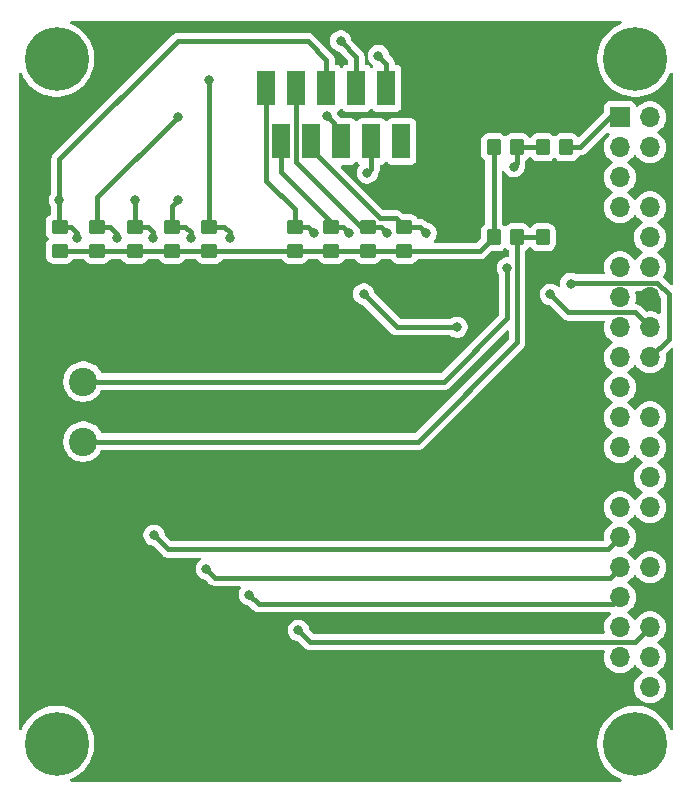
<source format=gtl>
G04 #@! TF.GenerationSoftware,KiCad,Pcbnew,9.0.0*
G04 #@! TF.CreationDate,2025-08-15T17:42:36+05:30*
G04 #@! TF.ProjectId,MAKEEN_Keypad_Test_PCB,4d414b45-454e-45f4-9b65-797061645f54,V1*
G04 #@! TF.SameCoordinates,Original*
G04 #@! TF.FileFunction,Copper,L1,Top*
G04 #@! TF.FilePolarity,Positive*
%FSLAX46Y46*%
G04 Gerber Fmt 4.6, Leading zero omitted, Abs format (unit mm)*
G04 Created by KiCad (PCBNEW 9.0.0) date 2025-08-15 17:42:36*
%MOMM*%
%LPD*%
G01*
G04 APERTURE LIST*
G04 Aperture macros list*
%AMRoundRect*
0 Rectangle with rounded corners*
0 $1 Rounding radius*
0 $2 $3 $4 $5 $6 $7 $8 $9 X,Y pos of 4 corners*
0 Add a 4 corners polygon primitive as box body*
4,1,4,$2,$3,$4,$5,$6,$7,$8,$9,$2,$3,0*
0 Add four circle primitives for the rounded corners*
1,1,$1+$1,$2,$3*
1,1,$1+$1,$4,$5*
1,1,$1+$1,$6,$7*
1,1,$1+$1,$8,$9*
0 Add four rect primitives between the rounded corners*
20,1,$1+$1,$2,$3,$4,$5,0*
20,1,$1+$1,$4,$5,$6,$7,0*
20,1,$1+$1,$6,$7,$8,$9,0*
20,1,$1+$1,$8,$9,$2,$3,0*%
G04 Aperture macros list end*
G04 #@! TA.AperFunction,SMDPad,CuDef*
%ADD10RoundRect,0.250000X-0.350000X-0.450000X0.350000X-0.450000X0.350000X0.450000X-0.350000X0.450000X0*%
G04 #@! TD*
G04 #@! TA.AperFunction,SMDPad,CuDef*
%ADD11RoundRect,0.250000X0.450000X-0.350000X0.450000X0.350000X-0.450000X0.350000X-0.450000X-0.350000X0*%
G04 #@! TD*
G04 #@! TA.AperFunction,ComponentPad*
%ADD12C,2.400000*%
G04 #@! TD*
G04 #@! TA.AperFunction,SMDPad,CuDef*
%ADD13R,1.500000X3.000000*%
G04 #@! TD*
G04 #@! TA.AperFunction,ComponentPad*
%ADD14C,5.400000*%
G04 #@! TD*
G04 #@! TA.AperFunction,ComponentPad*
%ADD15R,1.700000X1.700000*%
G04 #@! TD*
G04 #@! TA.AperFunction,ComponentPad*
%ADD16O,1.700000X1.700000*%
G04 #@! TD*
G04 #@! TA.AperFunction,ViaPad*
%ADD17C,0.800000*%
G04 #@! TD*
G04 #@! TA.AperFunction,Conductor*
%ADD18C,0.381000*%
G04 #@! TD*
G04 APERTURE END LIST*
D10*
X161660000Y-72610000D03*
X163660000Y-72610000D03*
D11*
X123942500Y-73750000D03*
X123942500Y-71750000D03*
X133445000Y-73750000D03*
X133445000Y-71750000D03*
D10*
X161660000Y-64990000D03*
X163660000Y-64990000D03*
X157510000Y-64990000D03*
X159510000Y-64990000D03*
D11*
X146865000Y-73750000D03*
X146865000Y-71750000D03*
D12*
X122770000Y-84830000D03*
X122770000Y-89910000D03*
D11*
X143775000Y-73750000D03*
X143775000Y-71750000D03*
X149955000Y-73750000D03*
X149955000Y-71750000D03*
D13*
X138275000Y-60000000D03*
X139545000Y-64500000D03*
X140815000Y-60000000D03*
X142085000Y-64500000D03*
X143355000Y-60000000D03*
X144625000Y-64500000D03*
X145895000Y-60000000D03*
X147165000Y-64500000D03*
X148435000Y-60000000D03*
X149705000Y-64500000D03*
D14*
X169500000Y-115500000D03*
X120500000Y-57500000D03*
X169500000Y-57500000D03*
X120500000Y-115500000D03*
D10*
X157510000Y-72610000D03*
X159510000Y-72610000D03*
D11*
X120775000Y-73750000D03*
X120775000Y-71750000D03*
X127110000Y-73750000D03*
X127110000Y-71750000D03*
X140685000Y-73750000D03*
X140685000Y-71750000D03*
X130277500Y-73750000D03*
X130277500Y-71750000D03*
D15*
X168210000Y-62450000D03*
D16*
X170750000Y-62450000D03*
X168210000Y-64990000D03*
X170750000Y-64990000D03*
X168210000Y-67530000D03*
X170750000Y-67530000D03*
X168210000Y-70070000D03*
X170750000Y-70070000D03*
X168210000Y-72610000D03*
X170750000Y-72610000D03*
X168210000Y-75150000D03*
X170750000Y-75150000D03*
X168210000Y-77690000D03*
X170750000Y-77690000D03*
X168210000Y-80230000D03*
X170750000Y-80230000D03*
X168210000Y-82770000D03*
X170750000Y-82770000D03*
X168210000Y-85310000D03*
X170750000Y-85310000D03*
X168210000Y-87850000D03*
X170750000Y-87850000D03*
X168210000Y-90390000D03*
X170750000Y-90390000D03*
X168210000Y-92930000D03*
X170750000Y-92930000D03*
X168210000Y-95470000D03*
X170750000Y-95470000D03*
X168210000Y-98010000D03*
X170750000Y-98010000D03*
X168210000Y-100550000D03*
X170750000Y-100550000D03*
X168210000Y-103090000D03*
X170750000Y-103090000D03*
X168210000Y-105630000D03*
X170750000Y-105630000D03*
X168210000Y-108170000D03*
X170750000Y-108170000D03*
X168210000Y-110710000D03*
X170750000Y-110710000D03*
D17*
X147760000Y-57230000D03*
X133410000Y-59310000D03*
X135160000Y-72650000D03*
X122230000Y-72650000D03*
X120750000Y-69480000D03*
X128760000Y-97840000D03*
X162310000Y-77440000D03*
X148450000Y-72260000D03*
X127130000Y-69480000D03*
X128640000Y-72650000D03*
X136810000Y-102860000D03*
X144550000Y-56000000D03*
X142290000Y-72260000D03*
X130750000Y-69480000D03*
X131860000Y-72650000D03*
X140970000Y-105890000D03*
X146820000Y-67170000D03*
X146500000Y-77410000D03*
X145250000Y-72260000D03*
X154400000Y-80230000D03*
X143390000Y-62340000D03*
X125580000Y-72650000D03*
X130780000Y-62390000D03*
X133180000Y-100710000D03*
X164020000Y-76540000D03*
X151790000Y-72260000D03*
X159240000Y-66630000D03*
X158670000Y-75220000D03*
D18*
X133445000Y-59345000D02*
X133445000Y-71750000D01*
X134720000Y-71750000D02*
X135160000Y-72190000D01*
X148435000Y-57905000D02*
X147760000Y-57230000D01*
X148435000Y-60000000D02*
X148435000Y-57905000D01*
X133410000Y-59310000D02*
X133445000Y-59345000D01*
X133445000Y-71750000D02*
X134720000Y-71750000D01*
X135160000Y-72190000D02*
X135160000Y-72650000D01*
X121720000Y-71750000D02*
X122230000Y-72260000D01*
X130770000Y-56000000D02*
X120750000Y-66020000D01*
X143355000Y-57585000D02*
X141770000Y-56000000D01*
X120750000Y-69480000D02*
X120750000Y-71725000D01*
X128760000Y-97840000D02*
X129960000Y-99040000D01*
X129960000Y-99040000D02*
X167180000Y-99040000D01*
X120775000Y-71750000D02*
X121720000Y-71750000D01*
X120750000Y-66020000D02*
X120750000Y-69480000D01*
X143355000Y-60000000D02*
X143355000Y-57585000D01*
X120750000Y-71725000D02*
X120775000Y-71750000D01*
X141770000Y-56000000D02*
X130770000Y-56000000D01*
X122230000Y-72260000D02*
X122230000Y-72650000D01*
X167180000Y-99040000D02*
X168210000Y-98010000D01*
X146302000Y-71750000D02*
X146865000Y-71750000D01*
X169490000Y-78970000D02*
X170750000Y-80230000D01*
X140815000Y-60000000D02*
X140815000Y-66263000D01*
X140815000Y-66263000D02*
X146302000Y-71750000D01*
X163840000Y-78970000D02*
X169490000Y-78970000D01*
X146865000Y-71750000D02*
X147940000Y-71750000D01*
X162310000Y-77440000D02*
X163840000Y-78970000D01*
X147940000Y-71750000D02*
X148450000Y-72260000D01*
X127110000Y-71750000D02*
X128260000Y-71750000D01*
X127130000Y-71730000D02*
X127110000Y-71750000D01*
X128260000Y-71750000D02*
X128640000Y-72130000D01*
X136810000Y-102860000D02*
X137610000Y-103660000D01*
X127130000Y-69480000D02*
X127130000Y-71730000D01*
X128640000Y-72130000D02*
X128640000Y-72650000D01*
X144550000Y-56000000D02*
X145895000Y-57345000D01*
X167640000Y-103660000D02*
X168210000Y-103090000D01*
X145895000Y-57345000D02*
X145895000Y-60000000D01*
X137610000Y-103660000D02*
X167640000Y-103660000D01*
X140685000Y-70255000D02*
X140685000Y-71750000D01*
X138275000Y-67845000D02*
X140685000Y-70255000D01*
X141780000Y-71750000D02*
X142290000Y-72260000D01*
X138275000Y-60000000D02*
X138275000Y-67845000D01*
X140685000Y-71750000D02*
X141780000Y-71750000D01*
X131860000Y-72200000D02*
X131860000Y-72650000D01*
X147165000Y-66825000D02*
X146820000Y-67170000D01*
X130750000Y-69480000D02*
X130277500Y-69952500D01*
X130277500Y-71750000D02*
X131410000Y-71750000D01*
X130277500Y-69952500D02*
X130277500Y-71750000D01*
X147165000Y-64500000D02*
X147165000Y-66825000D01*
X141951500Y-106871500D02*
X169508500Y-106871500D01*
X131410000Y-71750000D02*
X131860000Y-72200000D01*
X169508500Y-106871500D02*
X170750000Y-105630000D01*
X140970000Y-105890000D02*
X141951500Y-106871500D01*
X149320000Y-80230000D02*
X146500000Y-77410000D01*
X144750000Y-71750000D02*
X145250000Y-72250000D01*
X143775000Y-71750000D02*
X144750000Y-71750000D01*
X139545000Y-67065000D02*
X143775000Y-71295000D01*
X145250000Y-72250000D02*
X145250000Y-72260000D01*
X143775000Y-71295000D02*
X143775000Y-71750000D01*
X139545000Y-64500000D02*
X139545000Y-67065000D01*
X154400000Y-80230000D02*
X149320000Y-80230000D01*
X124990000Y-71750000D02*
X125580000Y-72340000D01*
X125580000Y-72340000D02*
X125580000Y-72650000D01*
X130780000Y-62390000D02*
X123942500Y-69227500D01*
X144625000Y-64500000D02*
X144625000Y-63575000D01*
X123942500Y-69227500D02*
X123942500Y-71750000D01*
X167330000Y-101430000D02*
X168210000Y-100550000D01*
X123942500Y-71750000D02*
X124990000Y-71750000D01*
X133180000Y-100710000D02*
X133900000Y-101430000D01*
X133900000Y-101430000D02*
X167330000Y-101430000D01*
X144625000Y-63575000D02*
X143390000Y-62340000D01*
X147930000Y-71000000D02*
X142085000Y-65155000D01*
X151280000Y-71750000D02*
X151790000Y-72260000D01*
X172330000Y-81190000D02*
X170750000Y-82770000D01*
X164020000Y-76540000D02*
X164111500Y-76448500D01*
X142085000Y-65155000D02*
X142085000Y-64500000D01*
X149205000Y-71000000D02*
X147930000Y-71000000D01*
X151790000Y-72260000D02*
X151790000Y-72390000D01*
X149955000Y-71750000D02*
X151280000Y-71750000D01*
X149955000Y-71750000D02*
X149205000Y-71000000D01*
X164111500Y-76448500D02*
X171348500Y-76448500D01*
X171348500Y-76448500D02*
X172330000Y-77430000D01*
X172330000Y-77430000D02*
X172330000Y-81190000D01*
X168210000Y-62450000D02*
X167390000Y-62450000D01*
X164850000Y-64990000D02*
X163660000Y-64990000D01*
X167390000Y-62450000D02*
X164850000Y-64990000D01*
X159510000Y-72610000D02*
X161660000Y-72610000D01*
X151120000Y-89910000D02*
X159510000Y-81520000D01*
X122770000Y-89910000D02*
X151120000Y-89910000D01*
X159510000Y-81520000D02*
X159510000Y-72610000D01*
X159510000Y-64990000D02*
X161660000Y-64990000D01*
X158670000Y-79480000D02*
X153320000Y-84830000D01*
X159510000Y-66360000D02*
X159510000Y-64990000D01*
X158670000Y-75220000D02*
X158670000Y-79480000D01*
X153320000Y-84830000D02*
X122770000Y-84830000D01*
X159240000Y-66630000D02*
X159510000Y-66360000D01*
X123942500Y-73750000D02*
X127110000Y-73750000D01*
X143775000Y-73750000D02*
X146865000Y-73750000D01*
X140685000Y-73750000D02*
X143775000Y-73750000D01*
X130277500Y-73750000D02*
X133445000Y-73750000D01*
X156370000Y-73750000D02*
X157510000Y-72610000D01*
X146865000Y-73750000D02*
X149955000Y-73750000D01*
X157510000Y-64990000D02*
X157510000Y-72610000D01*
X120775000Y-73750000D02*
X123942500Y-73750000D01*
X133445000Y-73750000D02*
X140685000Y-73750000D01*
X127110000Y-73750000D02*
X130277500Y-73750000D01*
X149955000Y-73750000D02*
X156370000Y-73750000D01*
G04 #@! TA.AperFunction,Conductor*
G36*
X168291437Y-54320185D02*
G01*
X168337192Y-54372989D01*
X168347136Y-54442147D01*
X168318111Y-54505703D01*
X168275998Y-54536064D01*
X168276427Y-54536954D01*
X167949420Y-54694432D01*
X167645045Y-54885684D01*
X167363997Y-55109811D01*
X167109811Y-55363997D01*
X166885684Y-55645045D01*
X166694432Y-55949420D01*
X166538465Y-56273288D01*
X166419741Y-56612580D01*
X166419737Y-56612592D01*
X166339748Y-56963048D01*
X166339746Y-56963064D01*
X166299500Y-57320259D01*
X166299500Y-57679740D01*
X166339746Y-58036935D01*
X166339748Y-58036951D01*
X166419737Y-58387407D01*
X166419741Y-58387419D01*
X166538465Y-58726711D01*
X166694432Y-59050579D01*
X166694434Y-59050582D01*
X166885685Y-59354956D01*
X167109812Y-59636003D01*
X167363997Y-59890188D01*
X167645044Y-60114315D01*
X167949418Y-60305566D01*
X168273292Y-60461536D01*
X168528119Y-60550703D01*
X168612580Y-60580258D01*
X168612592Y-60580262D01*
X168963052Y-60660252D01*
X169320260Y-60700499D01*
X169320261Y-60700500D01*
X169320264Y-60700500D01*
X169679739Y-60700500D01*
X169679739Y-60700499D01*
X170036948Y-60660252D01*
X170387408Y-60580262D01*
X170726708Y-60461536D01*
X171050582Y-60305566D01*
X171354956Y-60114315D01*
X171636003Y-59890188D01*
X171890188Y-59636003D01*
X172114315Y-59354956D01*
X172305566Y-59050582D01*
X172461536Y-58726708D01*
X172463046Y-58723573D01*
X172464190Y-58724123D01*
X172504760Y-58673759D01*
X172571050Y-58651682D01*
X172638753Y-58668948D01*
X172686373Y-58720076D01*
X172699500Y-58775602D01*
X172699500Y-76522916D01*
X172679815Y-76589955D01*
X172627011Y-76635710D01*
X172557853Y-76645654D01*
X172494297Y-76616629D01*
X172487819Y-76610597D01*
X171908395Y-76031173D01*
X171874910Y-75969850D01*
X171879894Y-75900158D01*
X171895759Y-75870605D01*
X171905050Y-75857817D01*
X171913057Y-75842103D01*
X172001557Y-75668412D01*
X172067246Y-75466243D01*
X172100500Y-75256287D01*
X172100500Y-75043713D01*
X172067246Y-74833757D01*
X172001557Y-74631588D01*
X171905051Y-74442184D01*
X171905049Y-74442181D01*
X171905048Y-74442179D01*
X171780109Y-74270213D01*
X171629786Y-74119890D01*
X171457820Y-73994951D01*
X171457115Y-73994591D01*
X171449054Y-73990485D01*
X171398259Y-73942512D01*
X171381463Y-73874692D01*
X171403999Y-73808556D01*
X171449054Y-73769515D01*
X171457816Y-73765051D01*
X171485673Y-73744812D01*
X171629786Y-73640109D01*
X171629788Y-73640106D01*
X171629792Y-73640104D01*
X171780104Y-73489792D01*
X171780106Y-73489788D01*
X171780109Y-73489786D01*
X171905048Y-73317820D01*
X171905047Y-73317820D01*
X171905051Y-73317816D01*
X172001557Y-73128412D01*
X172067246Y-72926243D01*
X172100500Y-72716287D01*
X172100500Y-72503713D01*
X172067246Y-72293757D01*
X172001557Y-72091588D01*
X171905051Y-71902184D01*
X171905049Y-71902181D01*
X171905048Y-71902179D01*
X171780109Y-71730213D01*
X171629786Y-71579890D01*
X171457820Y-71454951D01*
X171457115Y-71454591D01*
X171449054Y-71450485D01*
X171398259Y-71402512D01*
X171381463Y-71334692D01*
X171403999Y-71268556D01*
X171449054Y-71229515D01*
X171457816Y-71225051D01*
X171479789Y-71209086D01*
X171629786Y-71100109D01*
X171629788Y-71100106D01*
X171629792Y-71100104D01*
X171780104Y-70949792D01*
X171780106Y-70949788D01*
X171780109Y-70949786D01*
X171905048Y-70777820D01*
X171905047Y-70777820D01*
X171905051Y-70777816D01*
X172001557Y-70588412D01*
X172067246Y-70386243D01*
X172100500Y-70176287D01*
X172100500Y-69963713D01*
X172067246Y-69753757D01*
X172001557Y-69551588D01*
X171905051Y-69362184D01*
X171905049Y-69362181D01*
X171905048Y-69362179D01*
X171780109Y-69190213D01*
X171629786Y-69039890D01*
X171457820Y-68914951D01*
X171268414Y-68818444D01*
X171268413Y-68818443D01*
X171268412Y-68818443D01*
X171066243Y-68752754D01*
X171066241Y-68752753D01*
X171066240Y-68752753D01*
X170904957Y-68727208D01*
X170856287Y-68719500D01*
X170643713Y-68719500D01*
X170595042Y-68727208D01*
X170433760Y-68752753D01*
X170231585Y-68818444D01*
X170042179Y-68914951D01*
X169870213Y-69039890D01*
X169719890Y-69190213D01*
X169594949Y-69362182D01*
X169590484Y-69370946D01*
X169542509Y-69421742D01*
X169474688Y-69438536D01*
X169408553Y-69415998D01*
X169369516Y-69370946D01*
X169365050Y-69362182D01*
X169240109Y-69190213D01*
X169089786Y-69039890D01*
X168917820Y-68914951D01*
X168917115Y-68914591D01*
X168909054Y-68910485D01*
X168858259Y-68862512D01*
X168841463Y-68794692D01*
X168863999Y-68728556D01*
X168909054Y-68689515D01*
X168917816Y-68685051D01*
X168939789Y-68669086D01*
X169089786Y-68560109D01*
X169089788Y-68560106D01*
X169089792Y-68560104D01*
X169240104Y-68409792D01*
X169240106Y-68409788D01*
X169240109Y-68409786D01*
X169365048Y-68237820D01*
X169365047Y-68237820D01*
X169365051Y-68237816D01*
X169461557Y-68048412D01*
X169527246Y-67846243D01*
X169560500Y-67636287D01*
X169560500Y-67423713D01*
X169527246Y-67213757D01*
X169461557Y-67011588D01*
X169365051Y-66822184D01*
X169365049Y-66822181D01*
X169365048Y-66822179D01*
X169240109Y-66650213D01*
X169089786Y-66499890D01*
X168917820Y-66374951D01*
X168917115Y-66374591D01*
X168909054Y-66370485D01*
X168858259Y-66322512D01*
X168841463Y-66254692D01*
X168863999Y-66188556D01*
X168909054Y-66149515D01*
X168917816Y-66145051D01*
X168945673Y-66124812D01*
X169089786Y-66020109D01*
X169089788Y-66020106D01*
X169089792Y-66020104D01*
X169240104Y-65869792D01*
X169240106Y-65869788D01*
X169240109Y-65869786D01*
X169365048Y-65697820D01*
X169365047Y-65697820D01*
X169365051Y-65697816D01*
X169369514Y-65689054D01*
X169417488Y-65638259D01*
X169485308Y-65621463D01*
X169551444Y-65643999D01*
X169590486Y-65689056D01*
X169594951Y-65697820D01*
X169719890Y-65869786D01*
X169870213Y-66020109D01*
X170042179Y-66145048D01*
X170042181Y-66145049D01*
X170042184Y-66145051D01*
X170231588Y-66241557D01*
X170433757Y-66307246D01*
X170643713Y-66340500D01*
X170643714Y-66340500D01*
X170856286Y-66340500D01*
X170856287Y-66340500D01*
X171066243Y-66307246D01*
X171268412Y-66241557D01*
X171457816Y-66145051D01*
X171485673Y-66124812D01*
X171629786Y-66020109D01*
X171629788Y-66020106D01*
X171629792Y-66020104D01*
X171780104Y-65869792D01*
X171780106Y-65869788D01*
X171780109Y-65869786D01*
X171905048Y-65697820D01*
X171905047Y-65697820D01*
X171905051Y-65697816D01*
X172001557Y-65508412D01*
X172067246Y-65306243D01*
X172100500Y-65096287D01*
X172100500Y-64883713D01*
X172067246Y-64673757D01*
X172001557Y-64471588D01*
X171905051Y-64282184D01*
X171905049Y-64282181D01*
X171905048Y-64282179D01*
X171780109Y-64110213D01*
X171629786Y-63959890D01*
X171457820Y-63834951D01*
X171457115Y-63834591D01*
X171449054Y-63830485D01*
X171398259Y-63782512D01*
X171381463Y-63714692D01*
X171403999Y-63648556D01*
X171449054Y-63609515D01*
X171457816Y-63605051D01*
X171544138Y-63542335D01*
X171629786Y-63480109D01*
X171629788Y-63480106D01*
X171629792Y-63480104D01*
X171780104Y-63329792D01*
X171780106Y-63329788D01*
X171780109Y-63329786D01*
X171905048Y-63157820D01*
X171905047Y-63157820D01*
X171905051Y-63157816D01*
X172001557Y-62968412D01*
X172067246Y-62766243D01*
X172100500Y-62556287D01*
X172100500Y-62343713D01*
X172067246Y-62133757D01*
X172001557Y-61931588D01*
X171905051Y-61742184D01*
X171905049Y-61742181D01*
X171905048Y-61742179D01*
X171780109Y-61570213D01*
X171629786Y-61419890D01*
X171457820Y-61294951D01*
X171268414Y-61198444D01*
X171268413Y-61198443D01*
X171268412Y-61198443D01*
X171066243Y-61132754D01*
X171066241Y-61132753D01*
X171066240Y-61132753D01*
X170904957Y-61107208D01*
X170856287Y-61099500D01*
X170643713Y-61099500D01*
X170595042Y-61107208D01*
X170433760Y-61132753D01*
X170231585Y-61198444D01*
X170042179Y-61294951D01*
X169870215Y-61419889D01*
X169756673Y-61533431D01*
X169695350Y-61566915D01*
X169625658Y-61561931D01*
X169569725Y-61520059D01*
X169552810Y-61489082D01*
X169503797Y-61357671D01*
X169503793Y-61357664D01*
X169417547Y-61242455D01*
X169417544Y-61242452D01*
X169302335Y-61156206D01*
X169302328Y-61156202D01*
X169167482Y-61105908D01*
X169167483Y-61105908D01*
X169107883Y-61099501D01*
X169107881Y-61099500D01*
X169107873Y-61099500D01*
X169107864Y-61099500D01*
X167312129Y-61099500D01*
X167312123Y-61099501D01*
X167252516Y-61105908D01*
X167117671Y-61156202D01*
X167117664Y-61156206D01*
X167002455Y-61242452D01*
X167002452Y-61242455D01*
X166916206Y-61357664D01*
X166916202Y-61357671D01*
X166865908Y-61492517D01*
X166859501Y-61552116D01*
X166859500Y-61552135D01*
X166859500Y-61951915D01*
X166839815Y-62018954D01*
X166823181Y-62039596D01*
X164784569Y-64078207D01*
X164723246Y-64111692D01*
X164653554Y-64106708D01*
X164609584Y-64074685D01*
X164607819Y-64076451D01*
X164478657Y-63947289D01*
X164478656Y-63947288D01*
X164329334Y-63855186D01*
X164162797Y-63800001D01*
X164162795Y-63800000D01*
X164060010Y-63789500D01*
X163259998Y-63789500D01*
X163259980Y-63789501D01*
X163157203Y-63800000D01*
X163157200Y-63800001D01*
X162990668Y-63855185D01*
X162990663Y-63855187D01*
X162841342Y-63947289D01*
X162747681Y-64040951D01*
X162686358Y-64074436D01*
X162616666Y-64069452D01*
X162572319Y-64040951D01*
X162478657Y-63947289D01*
X162478656Y-63947288D01*
X162329334Y-63855186D01*
X162162797Y-63800001D01*
X162162795Y-63800000D01*
X162060010Y-63789500D01*
X161259998Y-63789500D01*
X161259980Y-63789501D01*
X161157203Y-63800000D01*
X161157200Y-63800001D01*
X160990668Y-63855185D01*
X160990663Y-63855187D01*
X160841342Y-63947289D01*
X160717289Y-64071342D01*
X160717288Y-64071344D01*
X160692402Y-64111692D01*
X160690539Y-64114712D01*
X160638591Y-64161436D01*
X160569628Y-64172659D01*
X160505546Y-64144815D01*
X160479461Y-64114712D01*
X160452712Y-64071344D01*
X160328656Y-63947288D01*
X160179334Y-63855186D01*
X160012797Y-63800001D01*
X160012795Y-63800000D01*
X159910010Y-63789500D01*
X159109998Y-63789500D01*
X159109980Y-63789501D01*
X159007203Y-63800000D01*
X159007200Y-63800001D01*
X158840668Y-63855185D01*
X158840663Y-63855187D01*
X158691342Y-63947289D01*
X158597681Y-64040951D01*
X158536358Y-64074436D01*
X158466666Y-64069452D01*
X158422319Y-64040951D01*
X158328657Y-63947289D01*
X158328656Y-63947288D01*
X158179334Y-63855186D01*
X158012797Y-63800001D01*
X158012795Y-63800000D01*
X157910010Y-63789500D01*
X157109998Y-63789500D01*
X157109980Y-63789501D01*
X157007203Y-63800000D01*
X157007200Y-63800001D01*
X156840668Y-63855185D01*
X156840663Y-63855187D01*
X156691342Y-63947289D01*
X156567289Y-64071342D01*
X156475187Y-64220663D01*
X156475185Y-64220668D01*
X156454801Y-64282184D01*
X156420001Y-64387203D01*
X156420001Y-64387204D01*
X156420000Y-64387204D01*
X156409500Y-64489983D01*
X156409500Y-65490001D01*
X156409501Y-65490019D01*
X156420000Y-65592796D01*
X156420001Y-65592799D01*
X156473018Y-65752791D01*
X156475186Y-65759334D01*
X156567288Y-65908656D01*
X156691344Y-66032712D01*
X156760098Y-66075119D01*
X156806821Y-66127064D01*
X156819000Y-66180656D01*
X156819000Y-71419341D01*
X156799315Y-71486380D01*
X156760098Y-71524879D01*
X156691344Y-71567287D01*
X156567289Y-71691342D01*
X156475187Y-71840663D01*
X156475185Y-71840668D01*
X156454801Y-71902184D01*
X156420001Y-72007203D01*
X156420001Y-72007204D01*
X156420000Y-72007204D01*
X156409500Y-72109983D01*
X156409500Y-72681915D01*
X156389815Y-72748954D01*
X156373181Y-72769596D01*
X156120097Y-73022681D01*
X156058774Y-73056166D01*
X156032416Y-73059000D01*
X152563862Y-73059000D01*
X152496823Y-73039315D01*
X152451068Y-72986511D01*
X152441124Y-72917353D01*
X152470149Y-72853797D01*
X152476181Y-72847319D01*
X152489461Y-72834038D01*
X152489464Y-72834035D01*
X152588013Y-72686547D01*
X152655894Y-72522666D01*
X152690500Y-72348691D01*
X152690500Y-72171309D01*
X152690500Y-72171306D01*
X152690499Y-72171304D01*
X152655896Y-71997341D01*
X152655893Y-71997332D01*
X152652214Y-71988451D01*
X152638923Y-71956363D01*
X152588016Y-71833459D01*
X152588009Y-71833446D01*
X152489464Y-71685965D01*
X152489461Y-71685961D01*
X152364038Y-71560538D01*
X152364034Y-71560535D01*
X152216553Y-71461990D01*
X152216540Y-71461983D01*
X152052667Y-71394106D01*
X152052659Y-71394104D01*
X151900640Y-71363865D01*
X151838729Y-71331480D01*
X151837206Y-71329984D01*
X151720487Y-71213265D01*
X151720486Y-71213264D01*
X151720485Y-71213263D01*
X151607312Y-71137644D01*
X151607309Y-71137642D01*
X151481560Y-71085556D01*
X151481558Y-71085555D01*
X151481557Y-71085555D01*
X151456979Y-71080666D01*
X151450655Y-71079408D01*
X151348060Y-71059000D01*
X151348058Y-71059000D01*
X151145657Y-71059000D01*
X151078618Y-71039315D01*
X151040119Y-71000099D01*
X150997712Y-70931344D01*
X150873656Y-70807288D01*
X150780888Y-70750069D01*
X150724336Y-70715187D01*
X150724331Y-70715185D01*
X150710992Y-70710765D01*
X150557797Y-70660001D01*
X150557795Y-70660000D01*
X150455016Y-70649500D01*
X150455009Y-70649500D01*
X149883084Y-70649500D01*
X149816045Y-70629815D01*
X149795407Y-70613185D01*
X149645487Y-70463265D01*
X149645486Y-70463264D01*
X149645485Y-70463263D01*
X149532312Y-70387644D01*
X149532309Y-70387642D01*
X149406561Y-70335556D01*
X149406550Y-70335553D01*
X149343726Y-70323057D01*
X149273060Y-70309000D01*
X149273058Y-70309000D01*
X148267584Y-70309000D01*
X148200545Y-70289315D01*
X148179903Y-70272681D01*
X144619402Y-66712180D01*
X144585917Y-66650857D01*
X144590901Y-66581165D01*
X144632773Y-66525232D01*
X144698237Y-66500815D01*
X144707083Y-66500499D01*
X145422871Y-66500499D01*
X145422872Y-66500499D01*
X145482483Y-66494091D01*
X145617331Y-66443796D01*
X145732546Y-66357546D01*
X145795734Y-66273136D01*
X145811091Y-66261641D01*
X145822926Y-66246547D01*
X145838480Y-66241137D01*
X145851667Y-66231267D01*
X145870800Y-66229898D01*
X145888919Y-66223598D01*
X145904931Y-66227457D01*
X145921359Y-66226283D01*
X145938194Y-66235475D01*
X145956843Y-66239971D01*
X145973561Y-66254787D01*
X145982682Y-66259768D01*
X145984618Y-66261748D01*
X145989782Y-66267148D01*
X146057454Y-66357546D01*
X146123532Y-66407012D01*
X146130625Y-66414429D01*
X146142155Y-66436714D01*
X146157189Y-66456798D01*
X146157933Y-66467210D01*
X146162732Y-66476485D01*
X146160383Y-66501465D01*
X146162173Y-66526490D01*
X146157169Y-66535654D01*
X146156192Y-66546048D01*
X146140717Y-66565784D01*
X146128692Y-66587808D01*
X146120535Y-66595964D01*
X146120535Y-66595965D01*
X146021990Y-66743446D01*
X146021983Y-66743459D01*
X145954106Y-66907332D01*
X145954103Y-66907341D01*
X145919500Y-67081304D01*
X145919500Y-67258695D01*
X145954103Y-67432658D01*
X145954106Y-67432667D01*
X146021983Y-67596540D01*
X146021990Y-67596553D01*
X146120535Y-67744034D01*
X146120538Y-67744038D01*
X146245961Y-67869461D01*
X146245965Y-67869464D01*
X146393446Y-67968009D01*
X146393459Y-67968016D01*
X146480131Y-68003916D01*
X146557334Y-68035894D01*
X146557336Y-68035894D01*
X146557341Y-68035896D01*
X146731304Y-68070499D01*
X146731307Y-68070500D01*
X146731309Y-68070500D01*
X146908693Y-68070500D01*
X146908694Y-68070499D01*
X146966682Y-68058964D01*
X147082658Y-68035896D01*
X147082661Y-68035894D01*
X147082666Y-68035894D01*
X147246547Y-67968013D01*
X147394035Y-67869464D01*
X147519464Y-67744035D01*
X147618013Y-67596547D01*
X147685894Y-67432666D01*
X147686820Y-67428013D01*
X147721689Y-67252717D01*
X147724208Y-67253218D01*
X147740214Y-67207897D01*
X147777356Y-67152311D01*
X147829445Y-67026557D01*
X147856000Y-66893057D01*
X147856000Y-66756943D01*
X147856000Y-66623372D01*
X147875685Y-66556333D01*
X147928489Y-66510578D01*
X147966745Y-66500082D01*
X148022483Y-66494091D01*
X148157331Y-66443796D01*
X148272546Y-66357546D01*
X148335734Y-66273136D01*
X148391667Y-66231267D01*
X148461359Y-66226283D01*
X148522682Y-66259768D01*
X148534260Y-66273130D01*
X148597454Y-66357546D01*
X148620704Y-66374951D01*
X148712664Y-66443793D01*
X148712671Y-66443797D01*
X148847517Y-66494091D01*
X148847516Y-66494091D01*
X148854444Y-66494835D01*
X148907127Y-66500500D01*
X150502872Y-66500499D01*
X150562483Y-66494091D01*
X150697331Y-66443796D01*
X150812546Y-66357546D01*
X150898796Y-66242331D01*
X150949091Y-66107483D01*
X150955500Y-66047873D01*
X150955499Y-62952128D01*
X150949091Y-62892517D01*
X150920758Y-62816553D01*
X150898797Y-62757671D01*
X150898793Y-62757664D01*
X150812547Y-62642455D01*
X150812544Y-62642452D01*
X150697335Y-62556206D01*
X150697328Y-62556202D01*
X150562482Y-62505908D01*
X150562483Y-62505908D01*
X150502883Y-62499501D01*
X150502881Y-62499500D01*
X150502873Y-62499500D01*
X150502864Y-62499500D01*
X148907129Y-62499500D01*
X148907123Y-62499501D01*
X148847516Y-62505908D01*
X148712671Y-62556202D01*
X148712664Y-62556206D01*
X148597455Y-62642452D01*
X148597452Y-62642455D01*
X148534266Y-62726861D01*
X148478332Y-62768732D01*
X148408641Y-62773716D01*
X148347318Y-62740230D01*
X148335734Y-62726861D01*
X148272547Y-62642455D01*
X148272544Y-62642452D01*
X148157335Y-62556206D01*
X148157328Y-62556202D01*
X148022482Y-62505908D01*
X148022483Y-62505908D01*
X147962883Y-62499501D01*
X147962881Y-62499500D01*
X147962873Y-62499500D01*
X147962864Y-62499500D01*
X146367129Y-62499500D01*
X146367123Y-62499501D01*
X146307516Y-62505908D01*
X146172671Y-62556202D01*
X146172664Y-62556206D01*
X146057455Y-62642452D01*
X146057452Y-62642455D01*
X145994266Y-62726861D01*
X145938332Y-62768732D01*
X145868641Y-62773716D01*
X145807318Y-62740230D01*
X145795734Y-62726861D01*
X145732547Y-62642455D01*
X145732544Y-62642452D01*
X145617335Y-62556206D01*
X145617328Y-62556202D01*
X145482482Y-62505908D01*
X145482483Y-62505908D01*
X145422883Y-62499501D01*
X145422881Y-62499500D01*
X145422873Y-62499500D01*
X145422865Y-62499500D01*
X144578084Y-62499500D01*
X144548643Y-62490855D01*
X144518657Y-62484332D01*
X144513641Y-62480577D01*
X144511045Y-62479815D01*
X144490403Y-62463181D01*
X144320070Y-62292848D01*
X144286585Y-62231525D01*
X144286134Y-62229359D01*
X144258068Y-62088264D01*
X144264295Y-62018672D01*
X144307158Y-61963495D01*
X144336351Y-61947891D01*
X144347331Y-61943796D01*
X144462546Y-61857546D01*
X144525734Y-61773136D01*
X144581667Y-61731267D01*
X144651359Y-61726283D01*
X144712682Y-61759768D01*
X144724260Y-61773130D01*
X144787454Y-61857546D01*
X144833643Y-61892123D01*
X144902664Y-61943793D01*
X144902671Y-61943797D01*
X145037517Y-61994091D01*
X145037516Y-61994091D01*
X145044444Y-61994835D01*
X145097127Y-62000500D01*
X146692872Y-62000499D01*
X146752483Y-61994091D01*
X146887331Y-61943796D01*
X147002546Y-61857546D01*
X147065734Y-61773136D01*
X147121667Y-61731267D01*
X147191359Y-61726283D01*
X147252682Y-61759768D01*
X147264260Y-61773130D01*
X147327454Y-61857546D01*
X147373643Y-61892123D01*
X147442664Y-61943793D01*
X147442671Y-61943797D01*
X147577517Y-61994091D01*
X147577516Y-61994091D01*
X147584444Y-61994835D01*
X147637127Y-62000500D01*
X149232872Y-62000499D01*
X149292483Y-61994091D01*
X149427331Y-61943796D01*
X149542546Y-61857546D01*
X149628796Y-61742331D01*
X149679091Y-61607483D01*
X149685500Y-61547873D01*
X149685499Y-58452128D01*
X149679091Y-58392517D01*
X149677185Y-58387408D01*
X149628797Y-58257671D01*
X149628793Y-58257664D01*
X149542547Y-58142455D01*
X149542544Y-58142452D01*
X149427335Y-58056206D01*
X149427328Y-58056202D01*
X149292482Y-58005908D01*
X149292484Y-58005908D01*
X149236744Y-57999916D01*
X149172193Y-57973178D01*
X149132345Y-57915786D01*
X149126000Y-57876627D01*
X149126000Y-57836939D01*
X149099446Y-57703448D01*
X149099445Y-57703447D01*
X149099445Y-57703443D01*
X149079887Y-57656226D01*
X149047357Y-57577691D01*
X149047356Y-57577689D01*
X149006767Y-57516943D01*
X149006764Y-57516939D01*
X148971733Y-57464510D01*
X148971730Y-57464507D01*
X148690070Y-57182848D01*
X148656585Y-57121525D01*
X148656134Y-57119358D01*
X148625896Y-56967341D01*
X148625893Y-56967332D01*
X148624119Y-56963050D01*
X148599872Y-56904510D01*
X148558016Y-56803459D01*
X148558009Y-56803446D01*
X148459464Y-56655965D01*
X148459461Y-56655961D01*
X148334038Y-56530538D01*
X148334034Y-56530535D01*
X148186553Y-56431990D01*
X148186540Y-56431983D01*
X148022667Y-56364106D01*
X148022658Y-56364103D01*
X147848694Y-56329500D01*
X147848691Y-56329500D01*
X147671309Y-56329500D01*
X147671306Y-56329500D01*
X147497341Y-56364103D01*
X147497332Y-56364106D01*
X147333459Y-56431983D01*
X147333446Y-56431990D01*
X147185965Y-56530535D01*
X147185961Y-56530538D01*
X147060538Y-56655961D01*
X147060535Y-56655965D01*
X146961990Y-56803446D01*
X146961983Y-56803459D01*
X146894106Y-56967332D01*
X146894103Y-56967341D01*
X146859500Y-57141304D01*
X146859500Y-57318695D01*
X146894103Y-57492658D01*
X146894106Y-57492667D01*
X146961983Y-57656540D01*
X146961990Y-57656553D01*
X147060535Y-57804034D01*
X147060538Y-57804038D01*
X147185961Y-57929461D01*
X147185965Y-57929464D01*
X147277783Y-57990816D01*
X147285715Y-58000307D01*
X147296574Y-58006237D01*
X147307700Y-58026615D01*
X147322588Y-58044429D01*
X147324129Y-58056703D01*
X147330058Y-58067561D01*
X147328401Y-58090717D01*
X147331295Y-58113754D01*
X147325834Y-58126612D01*
X147325073Y-58137252D01*
X147308159Y-58168229D01*
X147264267Y-58226861D01*
X147208333Y-58268732D01*
X147138641Y-58273716D01*
X147077318Y-58240231D01*
X147065734Y-58226861D01*
X147002547Y-58142455D01*
X147002544Y-58142452D01*
X146887335Y-58056206D01*
X146887328Y-58056202D01*
X146752482Y-58005908D01*
X146752484Y-58005908D01*
X146696744Y-57999916D01*
X146632193Y-57973178D01*
X146592345Y-57915786D01*
X146586000Y-57876627D01*
X146586000Y-57276939D01*
X146559446Y-57143448D01*
X146559445Y-57143447D01*
X146559445Y-57143443D01*
X146507356Y-57017689D01*
X146470849Y-56963052D01*
X146470846Y-56963048D01*
X146431733Y-56904510D01*
X146431730Y-56904507D01*
X145480070Y-55952848D01*
X145446585Y-55891525D01*
X145446134Y-55889358D01*
X145415896Y-55737341D01*
X145415893Y-55737332D01*
X145348016Y-55573459D01*
X145348009Y-55573446D01*
X145249464Y-55425965D01*
X145249461Y-55425961D01*
X145124038Y-55300538D01*
X145124034Y-55300535D01*
X144976553Y-55201990D01*
X144976540Y-55201983D01*
X144812667Y-55134106D01*
X144812658Y-55134103D01*
X144638694Y-55099500D01*
X144638691Y-55099500D01*
X144461309Y-55099500D01*
X144461306Y-55099500D01*
X144287341Y-55134103D01*
X144287332Y-55134106D01*
X144123459Y-55201983D01*
X144123446Y-55201990D01*
X143975965Y-55300535D01*
X143975961Y-55300538D01*
X143850538Y-55425961D01*
X143850535Y-55425965D01*
X143751990Y-55573446D01*
X143751983Y-55573459D01*
X143684106Y-55737332D01*
X143684103Y-55737341D01*
X143649500Y-55911304D01*
X143649500Y-56088695D01*
X143684103Y-56262658D01*
X143684106Y-56262667D01*
X143751983Y-56426540D01*
X143751990Y-56426553D01*
X143850535Y-56574034D01*
X143850538Y-56574038D01*
X143975961Y-56699461D01*
X143975965Y-56699464D01*
X144123446Y-56798009D01*
X144123459Y-56798016D01*
X144246363Y-56848923D01*
X144287334Y-56865894D01*
X144287336Y-56865894D01*
X144287341Y-56865896D01*
X144439358Y-56896134D01*
X144501269Y-56928519D01*
X144502848Y-56930070D01*
X145167681Y-57594903D01*
X145182384Y-57621830D01*
X145198977Y-57647649D01*
X145199868Y-57653849D01*
X145201166Y-57656226D01*
X145204000Y-57682584D01*
X145204000Y-57876627D01*
X145184315Y-57943666D01*
X145131511Y-57989421D01*
X145093254Y-57999917D01*
X145037516Y-58005908D01*
X144902671Y-58056202D01*
X144902664Y-58056206D01*
X144787455Y-58142452D01*
X144787452Y-58142455D01*
X144724266Y-58226861D01*
X144668332Y-58268732D01*
X144598641Y-58273716D01*
X144537318Y-58240230D01*
X144525734Y-58226861D01*
X144462547Y-58142455D01*
X144462544Y-58142452D01*
X144347335Y-58056206D01*
X144347328Y-58056202D01*
X144212482Y-58005908D01*
X144212484Y-58005908D01*
X144156744Y-57999916D01*
X144092193Y-57973178D01*
X144052345Y-57915786D01*
X144046000Y-57876627D01*
X144046000Y-57516939D01*
X144045999Y-57516937D01*
X144019446Y-57383445D01*
X144017489Y-57378719D01*
X143967357Y-57257691D01*
X143967356Y-57257688D01*
X143967354Y-57257685D01*
X143967352Y-57257681D01*
X143891735Y-57144513D01*
X143891732Y-57144509D01*
X142210492Y-55463269D01*
X142210485Y-55463263D01*
X142097312Y-55387644D01*
X142097309Y-55387642D01*
X141971561Y-55335556D01*
X141971549Y-55335553D01*
X141925634Y-55326420D01*
X141925633Y-55326420D01*
X141838060Y-55309000D01*
X141838058Y-55309000D01*
X130701942Y-55309000D01*
X130701940Y-55309000D01*
X130614367Y-55326420D01*
X130614366Y-55326420D01*
X130568450Y-55335553D01*
X130568438Y-55335556D01*
X130442695Y-55387640D01*
X130442682Y-55387647D01*
X130329514Y-55463264D01*
X130329510Y-55463267D01*
X120213267Y-65579509D01*
X120213261Y-65579517D01*
X120145453Y-65680998D01*
X120145454Y-65680999D01*
X120137648Y-65692680D01*
X120137643Y-65692689D01*
X120085555Y-65818442D01*
X120085553Y-65818448D01*
X120059000Y-65951939D01*
X120059000Y-68855682D01*
X120039315Y-68922721D01*
X120038102Y-68924573D01*
X119951990Y-69053446D01*
X119951983Y-69053459D01*
X119884106Y-69217332D01*
X119884103Y-69217341D01*
X119849500Y-69391304D01*
X119849500Y-69568695D01*
X119884103Y-69742658D01*
X119884106Y-69742667D01*
X119951983Y-69906540D01*
X119951990Y-69906552D01*
X120038102Y-70035426D01*
X120058980Y-70102103D01*
X120059000Y-70104317D01*
X120059000Y-70613082D01*
X120039315Y-70680121D01*
X120000097Y-70718621D01*
X119856342Y-70807289D01*
X119732289Y-70931342D01*
X119640187Y-71080663D01*
X119640186Y-71080665D01*
X119640186Y-71080666D01*
X119585001Y-71247203D01*
X119585001Y-71247204D01*
X119585000Y-71247204D01*
X119574500Y-71349983D01*
X119574500Y-72150001D01*
X119574501Y-72150019D01*
X119585000Y-72252796D01*
X119585001Y-72252799D01*
X119640185Y-72419331D01*
X119640186Y-72419334D01*
X119727756Y-72561309D01*
X119732289Y-72568657D01*
X119825951Y-72662319D01*
X119859436Y-72723642D01*
X119854452Y-72793334D01*
X119825951Y-72837681D01*
X119732289Y-72931342D01*
X119640187Y-73080663D01*
X119640185Y-73080668D01*
X119624364Y-73128414D01*
X119585001Y-73247203D01*
X119585001Y-73247204D01*
X119585000Y-73247204D01*
X119574500Y-73349983D01*
X119574500Y-74150001D01*
X119574501Y-74150019D01*
X119585000Y-74252796D01*
X119585001Y-74252799D01*
X119640185Y-74419331D01*
X119640187Y-74419336D01*
X119654277Y-74442179D01*
X119732288Y-74568656D01*
X119856344Y-74692712D01*
X120005666Y-74784814D01*
X120172203Y-74839999D01*
X120274991Y-74850500D01*
X121275008Y-74850499D01*
X121275016Y-74850498D01*
X121275019Y-74850498D01*
X121331302Y-74844748D01*
X121377797Y-74839999D01*
X121544334Y-74784814D01*
X121693656Y-74692712D01*
X121817712Y-74568656D01*
X121860119Y-74499901D01*
X121912066Y-74453179D01*
X121965657Y-74441000D01*
X122751843Y-74441000D01*
X122818882Y-74460685D01*
X122857380Y-74499900D01*
X122899788Y-74568656D01*
X123023844Y-74692712D01*
X123173166Y-74784814D01*
X123339703Y-74839999D01*
X123442491Y-74850500D01*
X124442508Y-74850499D01*
X124442516Y-74850498D01*
X124442519Y-74850498D01*
X124498802Y-74844748D01*
X124545297Y-74839999D01*
X124711834Y-74784814D01*
X124861156Y-74692712D01*
X124985212Y-74568656D01*
X125027619Y-74499901D01*
X125079566Y-74453179D01*
X125133157Y-74441000D01*
X125919343Y-74441000D01*
X125986382Y-74460685D01*
X126024880Y-74499900D01*
X126067288Y-74568656D01*
X126191344Y-74692712D01*
X126340666Y-74784814D01*
X126507203Y-74839999D01*
X126609991Y-74850500D01*
X127610008Y-74850499D01*
X127610016Y-74850498D01*
X127610019Y-74850498D01*
X127666302Y-74844748D01*
X127712797Y-74839999D01*
X127879334Y-74784814D01*
X128028656Y-74692712D01*
X128152712Y-74568656D01*
X128195119Y-74499901D01*
X128247066Y-74453179D01*
X128300657Y-74441000D01*
X129086843Y-74441000D01*
X129153882Y-74460685D01*
X129192380Y-74499900D01*
X129234788Y-74568656D01*
X129358844Y-74692712D01*
X129508166Y-74784814D01*
X129674703Y-74839999D01*
X129777491Y-74850500D01*
X130777508Y-74850499D01*
X130777516Y-74850498D01*
X130777519Y-74850498D01*
X130833802Y-74844748D01*
X130880297Y-74839999D01*
X131046834Y-74784814D01*
X131196156Y-74692712D01*
X131320212Y-74568656D01*
X131362619Y-74499901D01*
X131414566Y-74453179D01*
X131468157Y-74441000D01*
X132254343Y-74441000D01*
X132321382Y-74460685D01*
X132359880Y-74499900D01*
X132402288Y-74568656D01*
X132526344Y-74692712D01*
X132675666Y-74784814D01*
X132842203Y-74839999D01*
X132944991Y-74850500D01*
X133945008Y-74850499D01*
X133945016Y-74850498D01*
X133945019Y-74850498D01*
X134001302Y-74844748D01*
X134047797Y-74839999D01*
X134214334Y-74784814D01*
X134363656Y-74692712D01*
X134487712Y-74568656D01*
X134530119Y-74499901D01*
X134582066Y-74453179D01*
X134635657Y-74441000D01*
X139494343Y-74441000D01*
X139561382Y-74460685D01*
X139599880Y-74499900D01*
X139642288Y-74568656D01*
X139766344Y-74692712D01*
X139915666Y-74784814D01*
X140082203Y-74839999D01*
X140184991Y-74850500D01*
X141185008Y-74850499D01*
X141185016Y-74850498D01*
X141185019Y-74850498D01*
X141241302Y-74844748D01*
X141287797Y-74839999D01*
X141454334Y-74784814D01*
X141603656Y-74692712D01*
X141727712Y-74568656D01*
X141770119Y-74499901D01*
X141822066Y-74453179D01*
X141875657Y-74441000D01*
X142584343Y-74441000D01*
X142651382Y-74460685D01*
X142689880Y-74499900D01*
X142732288Y-74568656D01*
X142856344Y-74692712D01*
X143005666Y-74784814D01*
X143172203Y-74839999D01*
X143274991Y-74850500D01*
X144275008Y-74850499D01*
X144275016Y-74850498D01*
X144275019Y-74850498D01*
X144331302Y-74844748D01*
X144377797Y-74839999D01*
X144544334Y-74784814D01*
X144693656Y-74692712D01*
X144817712Y-74568656D01*
X144860119Y-74499901D01*
X144912066Y-74453179D01*
X144965657Y-74441000D01*
X145674343Y-74441000D01*
X145741382Y-74460685D01*
X145779880Y-74499900D01*
X145822288Y-74568656D01*
X145946344Y-74692712D01*
X146095666Y-74784814D01*
X146262203Y-74839999D01*
X146364991Y-74850500D01*
X147365008Y-74850499D01*
X147365016Y-74850498D01*
X147365019Y-74850498D01*
X147421302Y-74844748D01*
X147467797Y-74839999D01*
X147634334Y-74784814D01*
X147783656Y-74692712D01*
X147907712Y-74568656D01*
X147950119Y-74499901D01*
X148002066Y-74453179D01*
X148055657Y-74441000D01*
X148764343Y-74441000D01*
X148831382Y-74460685D01*
X148869880Y-74499900D01*
X148912288Y-74568656D01*
X149036344Y-74692712D01*
X149185666Y-74784814D01*
X149352203Y-74839999D01*
X149454991Y-74850500D01*
X150455008Y-74850499D01*
X150455016Y-74850498D01*
X150455019Y-74850498D01*
X150511302Y-74844748D01*
X150557797Y-74839999D01*
X150724334Y-74784814D01*
X150873656Y-74692712D01*
X150997712Y-74568656D01*
X151040119Y-74499901D01*
X151092066Y-74453179D01*
X151145657Y-74441000D01*
X156438060Y-74441000D01*
X156533661Y-74421983D01*
X156571557Y-74414445D01*
X156697311Y-74362356D01*
X156697316Y-74362352D01*
X156697319Y-74362351D01*
X156709656Y-74354108D01*
X156709657Y-74354107D01*
X156778221Y-74308294D01*
X156810487Y-74286735D01*
X157250403Y-73846817D01*
X157311726Y-73813333D01*
X157338084Y-73810499D01*
X157910002Y-73810499D01*
X157910008Y-73810499D01*
X158012797Y-73799999D01*
X158179334Y-73744814D01*
X158328656Y-73652712D01*
X158422319Y-73559049D01*
X158425210Y-73557469D01*
X158426937Y-73554662D01*
X158455670Y-73540837D01*
X158483642Y-73525564D01*
X158486927Y-73525798D01*
X158489898Y-73524370D01*
X158521533Y-73528273D01*
X158553334Y-73530548D01*
X158556948Y-73532643D01*
X158559242Y-73532927D01*
X158569744Y-73540064D01*
X158589310Y-73551410D01*
X158593667Y-73555035D01*
X158691344Y-73652712D01*
X158767569Y-73699727D01*
X158774310Y-73705336D01*
X158789089Y-73727350D01*
X158806821Y-73747064D01*
X158809122Y-73757190D01*
X158813254Y-73763345D01*
X158813518Y-73776533D01*
X158819000Y-73800656D01*
X158819000Y-74195500D01*
X158799315Y-74262539D01*
X158746511Y-74308294D01*
X158695000Y-74319500D01*
X158581306Y-74319500D01*
X158407341Y-74354103D01*
X158407332Y-74354106D01*
X158243459Y-74421983D01*
X158243446Y-74421990D01*
X158095965Y-74520535D01*
X158095961Y-74520538D01*
X157970538Y-74645961D01*
X157970535Y-74645965D01*
X157871990Y-74793446D01*
X157871983Y-74793459D01*
X157804106Y-74957332D01*
X157804103Y-74957341D01*
X157769500Y-75131304D01*
X157769500Y-75308695D01*
X157804103Y-75482658D01*
X157804106Y-75482667D01*
X157871983Y-75646540D01*
X157871990Y-75646552D01*
X157958102Y-75775426D01*
X157978980Y-75842103D01*
X157979000Y-75844317D01*
X157979000Y-79142416D01*
X157959315Y-79209455D01*
X157942681Y-79230097D01*
X153070097Y-84102681D01*
X153008774Y-84136166D01*
X152982416Y-84139000D01*
X124406212Y-84139000D01*
X124339173Y-84119315D01*
X124298825Y-84077001D01*
X124241372Y-83977491D01*
X124186948Y-83883226D01*
X124147867Y-83832294D01*
X124051248Y-83706377D01*
X124051242Y-83706370D01*
X123893629Y-83548757D01*
X123893622Y-83548751D01*
X123716782Y-83413058D01*
X123716780Y-83413057D01*
X123716774Y-83413052D01*
X123523726Y-83301595D01*
X123523722Y-83301593D01*
X123317790Y-83216293D01*
X123317783Y-83216291D01*
X123317781Y-83216290D01*
X123102463Y-83158596D01*
X123102457Y-83158595D01*
X123102452Y-83158594D01*
X122881466Y-83129501D01*
X122881463Y-83129500D01*
X122881457Y-83129500D01*
X122658543Y-83129500D01*
X122658537Y-83129500D01*
X122658533Y-83129501D01*
X122437547Y-83158594D01*
X122437540Y-83158595D01*
X122437537Y-83158596D01*
X122222219Y-83216290D01*
X122222209Y-83216293D01*
X122016277Y-83301593D01*
X122016273Y-83301595D01*
X121823226Y-83413052D01*
X121823217Y-83413058D01*
X121646377Y-83548751D01*
X121646370Y-83548757D01*
X121488757Y-83706370D01*
X121488751Y-83706377D01*
X121353058Y-83883217D01*
X121353052Y-83883226D01*
X121241595Y-84076273D01*
X121241593Y-84076277D01*
X121156293Y-84282209D01*
X121156290Y-84282219D01*
X121098597Y-84497534D01*
X121098594Y-84497547D01*
X121069501Y-84718533D01*
X121069500Y-84718549D01*
X121069500Y-84941450D01*
X121069501Y-84941466D01*
X121098594Y-85162452D01*
X121098595Y-85162457D01*
X121098596Y-85162463D01*
X121156290Y-85377780D01*
X121156293Y-85377790D01*
X121241294Y-85582999D01*
X121241595Y-85583726D01*
X121353052Y-85776774D01*
X121353057Y-85776780D01*
X121353058Y-85776782D01*
X121488751Y-85953622D01*
X121488757Y-85953629D01*
X121646370Y-86111242D01*
X121646376Y-86111247D01*
X121823226Y-86246948D01*
X122016274Y-86358405D01*
X122222219Y-86443710D01*
X122437537Y-86501404D01*
X122658543Y-86530500D01*
X122658550Y-86530500D01*
X122881450Y-86530500D01*
X122881457Y-86530500D01*
X123102463Y-86501404D01*
X123317781Y-86443710D01*
X123523726Y-86358405D01*
X123716774Y-86246948D01*
X123893624Y-86111247D01*
X124051247Y-85953624D01*
X124186948Y-85776774D01*
X124298405Y-85583726D01*
X124298825Y-85582999D01*
X124349393Y-85534784D01*
X124406212Y-85521000D01*
X153388060Y-85521000D01*
X153477870Y-85503134D01*
X153521557Y-85494445D01*
X153647311Y-85442356D01*
X153697919Y-85408541D01*
X153760487Y-85366735D01*
X158607319Y-80519901D01*
X158668642Y-80486417D01*
X158738334Y-80491401D01*
X158794267Y-80533273D01*
X158818684Y-80598737D01*
X158819000Y-80607583D01*
X158819000Y-81182416D01*
X158799315Y-81249455D01*
X158782681Y-81270097D01*
X150870097Y-89182681D01*
X150808774Y-89216166D01*
X150782416Y-89219000D01*
X124406212Y-89219000D01*
X124339173Y-89199315D01*
X124298825Y-89157001D01*
X124241372Y-89057491D01*
X124186948Y-88963226D01*
X124147867Y-88912294D01*
X124051248Y-88786377D01*
X124051242Y-88786370D01*
X123893629Y-88628757D01*
X123893622Y-88628751D01*
X123716782Y-88493058D01*
X123716780Y-88493057D01*
X123716774Y-88493052D01*
X123523726Y-88381595D01*
X123523722Y-88381593D01*
X123317790Y-88296293D01*
X123317783Y-88296291D01*
X123317781Y-88296290D01*
X123102463Y-88238596D01*
X123102457Y-88238595D01*
X123102452Y-88238594D01*
X122881466Y-88209501D01*
X122881463Y-88209500D01*
X122881457Y-88209500D01*
X122658543Y-88209500D01*
X122658537Y-88209500D01*
X122658533Y-88209501D01*
X122437547Y-88238594D01*
X122437540Y-88238595D01*
X122437537Y-88238596D01*
X122222219Y-88296290D01*
X122222209Y-88296293D01*
X122016277Y-88381593D01*
X122016273Y-88381595D01*
X121823226Y-88493052D01*
X121823217Y-88493058D01*
X121646377Y-88628751D01*
X121646370Y-88628757D01*
X121488757Y-88786370D01*
X121488751Y-88786377D01*
X121353058Y-88963217D01*
X121353052Y-88963226D01*
X121241595Y-89156273D01*
X121241593Y-89156277D01*
X121156293Y-89362209D01*
X121156290Y-89362219D01*
X121098597Y-89577534D01*
X121098594Y-89577547D01*
X121069501Y-89798533D01*
X121069500Y-89798549D01*
X121069500Y-90021450D01*
X121069501Y-90021466D01*
X121098594Y-90242452D01*
X121098595Y-90242457D01*
X121098596Y-90242463D01*
X121156290Y-90457780D01*
X121156293Y-90457790D01*
X121241294Y-90662999D01*
X121241595Y-90663726D01*
X121353052Y-90856774D01*
X121353057Y-90856780D01*
X121353058Y-90856782D01*
X121488751Y-91033622D01*
X121488757Y-91033629D01*
X121646370Y-91191242D01*
X121646376Y-91191247D01*
X121823226Y-91326948D01*
X122016274Y-91438405D01*
X122222219Y-91523710D01*
X122437537Y-91581404D01*
X122658543Y-91610500D01*
X122658550Y-91610500D01*
X122881450Y-91610500D01*
X122881457Y-91610500D01*
X123102463Y-91581404D01*
X123317781Y-91523710D01*
X123523726Y-91438405D01*
X123716774Y-91326948D01*
X123893624Y-91191247D01*
X124051247Y-91033624D01*
X124186948Y-90856774D01*
X124298405Y-90663726D01*
X124298825Y-90662999D01*
X124349393Y-90614784D01*
X124406212Y-90601000D01*
X151188060Y-90601000D01*
X151277870Y-90583134D01*
X151321557Y-90574445D01*
X151447311Y-90522356D01*
X151497919Y-90488541D01*
X151560487Y-90446735D01*
X160046735Y-81960486D01*
X160122356Y-81847311D01*
X160174445Y-81721557D01*
X160183134Y-81677871D01*
X160201000Y-81588059D01*
X160201000Y-73800656D01*
X160220685Y-73733617D01*
X160259900Y-73695119D01*
X160328656Y-73652712D01*
X160452712Y-73528656D01*
X160479461Y-73485287D01*
X160531408Y-73438563D01*
X160600370Y-73427340D01*
X160664453Y-73455183D01*
X160690539Y-73485288D01*
X160717051Y-73528273D01*
X160717288Y-73528656D01*
X160841344Y-73652712D01*
X160990666Y-73744814D01*
X161157203Y-73799999D01*
X161259991Y-73810500D01*
X162060008Y-73810499D01*
X162060016Y-73810498D01*
X162060019Y-73810498D01*
X162116302Y-73804748D01*
X162162797Y-73799999D01*
X162329334Y-73744814D01*
X162478656Y-73652712D01*
X162602712Y-73528656D01*
X162694814Y-73379334D01*
X162749999Y-73212797D01*
X162760500Y-73110009D01*
X162760499Y-72109992D01*
X162756582Y-72071651D01*
X162749999Y-72007203D01*
X162749998Y-72007200D01*
X162743785Y-71988451D01*
X162694814Y-71840666D01*
X162602712Y-71691344D01*
X162478656Y-71567288D01*
X162347885Y-71486628D01*
X162329336Y-71475187D01*
X162329331Y-71475185D01*
X162322526Y-71472930D01*
X162162797Y-71420001D01*
X162162795Y-71420000D01*
X162060010Y-71409500D01*
X161259998Y-71409500D01*
X161259980Y-71409501D01*
X161157203Y-71420000D01*
X161157200Y-71420001D01*
X160990668Y-71475185D01*
X160990663Y-71475187D01*
X160841342Y-71567289D01*
X160717289Y-71691342D01*
X160690539Y-71734712D01*
X160638591Y-71781436D01*
X160569628Y-71792659D01*
X160505546Y-71764815D01*
X160479461Y-71734712D01*
X160476683Y-71730208D01*
X160452712Y-71691344D01*
X160328656Y-71567288D01*
X160197885Y-71486628D01*
X160179336Y-71475187D01*
X160179331Y-71475185D01*
X160172526Y-71472930D01*
X160012797Y-71420001D01*
X160012795Y-71420000D01*
X159910010Y-71409500D01*
X159109998Y-71409500D01*
X159109980Y-71409501D01*
X159007203Y-71420000D01*
X159007200Y-71420001D01*
X158840668Y-71475185D01*
X158840663Y-71475187D01*
X158691342Y-71567289D01*
X158597681Y-71660951D01*
X158594788Y-71662530D01*
X158593062Y-71665339D01*
X158564331Y-71679161D01*
X158536358Y-71694436D01*
X158533070Y-71694200D01*
X158530100Y-71695630D01*
X158498462Y-71691725D01*
X158466666Y-71689452D01*
X158463051Y-71687356D01*
X158460757Y-71687073D01*
X158450252Y-71679934D01*
X158430689Y-71668590D01*
X158426336Y-71664968D01*
X158328656Y-71567288D01*
X158252436Y-71520275D01*
X158245689Y-71514661D01*
X158230908Y-71492642D01*
X158213178Y-71472930D01*
X158210876Y-71462803D01*
X158206746Y-71456650D01*
X158206481Y-71443464D01*
X158201000Y-71419341D01*
X158201000Y-67098143D01*
X158220685Y-67031104D01*
X158273489Y-66985349D01*
X158342647Y-66975405D01*
X158406203Y-67004430D01*
X158439562Y-67050692D01*
X158441986Y-67056546D01*
X158441990Y-67056553D01*
X158540535Y-67204034D01*
X158540538Y-67204038D01*
X158665961Y-67329461D01*
X158665965Y-67329464D01*
X158813446Y-67428009D01*
X158813459Y-67428016D01*
X158936363Y-67478923D01*
X158977334Y-67495894D01*
X158977336Y-67495894D01*
X158977341Y-67495896D01*
X159151304Y-67530499D01*
X159151307Y-67530500D01*
X159151309Y-67530500D01*
X159328693Y-67530500D01*
X159328694Y-67530499D01*
X159386682Y-67518964D01*
X159502658Y-67495896D01*
X159502661Y-67495894D01*
X159502666Y-67495894D01*
X159666547Y-67428013D01*
X159814035Y-67329464D01*
X159939464Y-67204035D01*
X160038013Y-67056547D01*
X160105894Y-66892666D01*
X160140500Y-66718691D01*
X160140500Y-66668172D01*
X160145291Y-66634036D01*
X160147234Y-66627247D01*
X160174445Y-66561557D01*
X160192550Y-66470536D01*
X160201000Y-66428058D01*
X160201000Y-66180656D01*
X160220685Y-66113617D01*
X160259900Y-66075119D01*
X160328656Y-66032712D01*
X160452712Y-65908656D01*
X160479461Y-65865287D01*
X160531408Y-65818563D01*
X160600370Y-65807340D01*
X160664453Y-65835183D01*
X160690537Y-65865286D01*
X160717288Y-65908656D01*
X160841344Y-66032712D01*
X160990666Y-66124814D01*
X161157203Y-66179999D01*
X161259991Y-66190500D01*
X162060008Y-66190499D01*
X162060016Y-66190498D01*
X162060019Y-66190498D01*
X162116302Y-66184748D01*
X162162797Y-66179999D01*
X162329334Y-66124814D01*
X162478656Y-66032712D01*
X162572319Y-65939049D01*
X162633642Y-65905564D01*
X162703334Y-65910548D01*
X162747681Y-65939049D01*
X162841344Y-66032712D01*
X162990666Y-66124814D01*
X163157203Y-66179999D01*
X163259991Y-66190500D01*
X164060008Y-66190499D01*
X164060016Y-66190498D01*
X164060019Y-66190498D01*
X164116302Y-66184748D01*
X164162797Y-66179999D01*
X164329334Y-66124814D01*
X164478656Y-66032712D01*
X164602712Y-65908656D01*
X164694814Y-65759334D01*
X164694816Y-65759326D01*
X164697864Y-65752791D01*
X164700796Y-65754158D01*
X164732399Y-65708534D01*
X164796921Y-65681725D01*
X164810312Y-65681000D01*
X164918060Y-65681000D01*
X165007870Y-65663134D01*
X165051557Y-65654445D01*
X165177311Y-65602356D01*
X165222742Y-65572000D01*
X165290487Y-65526735D01*
X167029095Y-63788125D01*
X167044741Y-63779582D01*
X167057349Y-63766975D01*
X167074770Y-63763185D01*
X167090418Y-63754641D01*
X167108200Y-63755912D01*
X167125622Y-63752123D01*
X167160109Y-63759625D01*
X167249082Y-63792810D01*
X167305016Y-63834681D01*
X167329433Y-63900146D01*
X167314581Y-63968419D01*
X167293431Y-63996673D01*
X167179889Y-64110215D01*
X167054951Y-64282179D01*
X166958444Y-64471585D01*
X166892753Y-64673760D01*
X166859500Y-64883713D01*
X166859500Y-65096287D01*
X166892754Y-65306243D01*
X166932405Y-65428277D01*
X166958444Y-65508414D01*
X167054951Y-65697820D01*
X167179890Y-65869786D01*
X167330213Y-66020109D01*
X167502182Y-66145050D01*
X167510946Y-66149516D01*
X167561742Y-66197491D01*
X167578536Y-66265312D01*
X167555998Y-66331447D01*
X167510946Y-66370484D01*
X167502182Y-66374949D01*
X167330213Y-66499890D01*
X167179890Y-66650213D01*
X167054951Y-66822179D01*
X166958444Y-67011585D01*
X166892753Y-67213760D01*
X166859500Y-67423713D01*
X166859500Y-67636286D01*
X166876565Y-67744034D01*
X166892754Y-67846243D01*
X166957842Y-68046563D01*
X166958444Y-68048414D01*
X167054951Y-68237820D01*
X167179890Y-68409786D01*
X167330213Y-68560109D01*
X167502182Y-68685050D01*
X167510946Y-68689516D01*
X167561742Y-68737491D01*
X167578536Y-68805312D01*
X167555998Y-68871447D01*
X167510946Y-68910484D01*
X167502182Y-68914949D01*
X167330213Y-69039890D01*
X167179890Y-69190213D01*
X167054951Y-69362179D01*
X166958444Y-69551585D01*
X166892753Y-69753760D01*
X166883131Y-69814513D01*
X166859500Y-69963713D01*
X166859500Y-70176287D01*
X166861188Y-70186942D01*
X166891765Y-70380003D01*
X166892754Y-70386243D01*
X166931116Y-70504310D01*
X166958444Y-70588414D01*
X167054951Y-70777820D01*
X167179890Y-70949786D01*
X167330213Y-71100109D01*
X167502179Y-71225048D01*
X167502181Y-71225049D01*
X167502184Y-71225051D01*
X167691588Y-71321557D01*
X167893757Y-71387246D01*
X168103713Y-71420500D01*
X168103714Y-71420500D01*
X168316286Y-71420500D01*
X168316287Y-71420500D01*
X168526243Y-71387246D01*
X168728412Y-71321557D01*
X168917816Y-71225051D01*
X168939789Y-71209086D01*
X169089786Y-71100109D01*
X169089788Y-71100106D01*
X169089792Y-71100104D01*
X169240104Y-70949792D01*
X169240106Y-70949788D01*
X169240109Y-70949786D01*
X169365048Y-70777820D01*
X169365047Y-70777820D01*
X169365051Y-70777816D01*
X169369514Y-70769054D01*
X169417488Y-70718259D01*
X169485308Y-70701463D01*
X169551444Y-70723999D01*
X169590486Y-70769056D01*
X169594951Y-70777820D01*
X169719890Y-70949786D01*
X169870213Y-71100109D01*
X170042182Y-71225050D01*
X170050946Y-71229516D01*
X170101742Y-71277491D01*
X170118536Y-71345312D01*
X170095998Y-71411447D01*
X170050946Y-71450484D01*
X170042182Y-71454949D01*
X169870213Y-71579890D01*
X169719890Y-71730213D01*
X169594951Y-71902179D01*
X169498444Y-72091585D01*
X169432753Y-72293760D01*
X169412865Y-72419331D01*
X169399500Y-72503713D01*
X169399500Y-72716287D01*
X169403049Y-72738693D01*
X169430603Y-72912666D01*
X169432754Y-72926243D01*
X169492463Y-73110009D01*
X169498444Y-73128414D01*
X169594951Y-73317820D01*
X169719890Y-73489786D01*
X169870213Y-73640109D01*
X170042182Y-73765050D01*
X170050946Y-73769516D01*
X170101742Y-73817491D01*
X170118536Y-73885312D01*
X170095998Y-73951447D01*
X170050946Y-73990484D01*
X170042182Y-73994949D01*
X169870213Y-74119890D01*
X169719890Y-74270213D01*
X169594949Y-74442182D01*
X169590484Y-74450946D01*
X169542509Y-74501742D01*
X169474688Y-74518536D01*
X169408553Y-74495998D01*
X169369516Y-74450946D01*
X169365050Y-74442182D01*
X169240109Y-74270213D01*
X169089786Y-74119890D01*
X168917820Y-73994951D01*
X168728414Y-73898444D01*
X168728413Y-73898443D01*
X168728412Y-73898443D01*
X168526243Y-73832754D01*
X168526241Y-73832753D01*
X168526240Y-73832753D01*
X168364957Y-73807208D01*
X168316287Y-73799500D01*
X168103713Y-73799500D01*
X168055042Y-73807208D01*
X167893760Y-73832753D01*
X167691585Y-73898444D01*
X167502179Y-73994951D01*
X167330213Y-74119890D01*
X167179890Y-74270213D01*
X167054951Y-74442179D01*
X166958444Y-74631585D01*
X166892753Y-74833760D01*
X166859500Y-75043713D01*
X166859500Y-75256286D01*
X166892753Y-75466240D01*
X166934649Y-75595182D01*
X166936644Y-75665023D01*
X166900564Y-75724856D01*
X166837863Y-75755684D01*
X166816718Y-75757500D01*
X164506630Y-75757500D01*
X164452346Y-75743902D01*
X164452175Y-75744318D01*
X164449377Y-75743159D01*
X164448179Y-75742859D01*
X164446548Y-75741987D01*
X164282667Y-75674106D01*
X164282658Y-75674103D01*
X164108694Y-75639500D01*
X164108691Y-75639500D01*
X163931309Y-75639500D01*
X163931306Y-75639500D01*
X163757341Y-75674103D01*
X163757332Y-75674106D01*
X163593459Y-75741983D01*
X163593446Y-75741990D01*
X163445965Y-75840535D01*
X163445961Y-75840538D01*
X163320538Y-75965961D01*
X163320535Y-75965965D01*
X163221990Y-76113446D01*
X163221983Y-76113459D01*
X163154106Y-76277332D01*
X163154103Y-76277341D01*
X163119500Y-76451304D01*
X163119500Y-76628690D01*
X163125990Y-76661320D01*
X163119761Y-76730912D01*
X163076898Y-76786088D01*
X163011008Y-76809332D01*
X162943011Y-76793264D01*
X162916691Y-76773191D01*
X162884038Y-76740538D01*
X162884034Y-76740535D01*
X162736553Y-76641990D01*
X162736540Y-76641983D01*
X162572667Y-76574106D01*
X162572658Y-76574103D01*
X162398694Y-76539500D01*
X162398691Y-76539500D01*
X162221309Y-76539500D01*
X162221306Y-76539500D01*
X162047341Y-76574103D01*
X162047332Y-76574106D01*
X161883459Y-76641983D01*
X161883446Y-76641990D01*
X161735965Y-76740535D01*
X161735961Y-76740538D01*
X161610538Y-76865961D01*
X161610535Y-76865965D01*
X161511990Y-77013446D01*
X161511983Y-77013459D01*
X161444106Y-77177332D01*
X161444103Y-77177341D01*
X161409500Y-77351304D01*
X161409500Y-77528695D01*
X161444103Y-77702658D01*
X161444106Y-77702667D01*
X161511983Y-77866540D01*
X161511990Y-77866553D01*
X161610535Y-78014034D01*
X161610538Y-78014038D01*
X161735961Y-78139461D01*
X161735965Y-78139464D01*
X161883446Y-78238009D01*
X161883459Y-78238016D01*
X161978021Y-78277184D01*
X162047334Y-78305894D01*
X162047336Y-78305894D01*
X162047341Y-78305896D01*
X162199358Y-78336134D01*
X162261269Y-78368519D01*
X162262848Y-78370070D01*
X163399510Y-79506732D01*
X163399514Y-79506735D01*
X163512682Y-79582352D01*
X163512695Y-79582359D01*
X163638438Y-79634443D01*
X163638443Y-79634445D01*
X163638447Y-79634445D01*
X163638448Y-79634446D01*
X163771939Y-79661000D01*
X163771942Y-79661000D01*
X163771943Y-79661000D01*
X163908057Y-79661000D01*
X166804209Y-79661000D01*
X166871248Y-79680685D01*
X166917003Y-79733489D01*
X166926947Y-79802647D01*
X166922140Y-79823318D01*
X166892753Y-79913760D01*
X166859500Y-80123713D01*
X166859500Y-80336286D01*
X166890699Y-80533273D01*
X166892754Y-80546243D01*
X166909810Y-80598737D01*
X166958444Y-80748414D01*
X167054951Y-80937820D01*
X167179890Y-81109786D01*
X167330213Y-81260109D01*
X167502182Y-81385050D01*
X167510946Y-81389516D01*
X167561742Y-81437491D01*
X167578536Y-81505312D01*
X167555998Y-81571447D01*
X167510946Y-81610484D01*
X167502182Y-81614949D01*
X167330213Y-81739890D01*
X167179890Y-81890213D01*
X167054951Y-82062179D01*
X166958444Y-82251585D01*
X166892753Y-82453760D01*
X166886122Y-82495629D01*
X166859500Y-82663713D01*
X166859500Y-82876287D01*
X166892754Y-83086243D01*
X166916263Y-83158597D01*
X166958444Y-83288414D01*
X167054951Y-83477820D01*
X167179890Y-83649786D01*
X167330213Y-83800109D01*
X167502182Y-83925050D01*
X167510946Y-83929516D01*
X167561742Y-83977491D01*
X167578536Y-84045312D01*
X167555998Y-84111447D01*
X167510946Y-84150484D01*
X167502182Y-84154949D01*
X167330213Y-84279890D01*
X167179890Y-84430213D01*
X167054951Y-84602179D01*
X166958444Y-84791585D01*
X166892753Y-84993760D01*
X166866035Y-85162452D01*
X166859500Y-85203713D01*
X166859500Y-85416287D01*
X166892754Y-85626243D01*
X166941667Y-85776782D01*
X166958444Y-85828414D01*
X167054951Y-86017820D01*
X167179890Y-86189786D01*
X167330213Y-86340109D01*
X167502182Y-86465050D01*
X167510946Y-86469516D01*
X167561742Y-86517491D01*
X167578536Y-86585312D01*
X167555998Y-86651447D01*
X167510946Y-86690484D01*
X167502182Y-86694949D01*
X167330213Y-86819890D01*
X167179890Y-86970213D01*
X167054951Y-87142179D01*
X166958444Y-87331585D01*
X166892753Y-87533760D01*
X166859500Y-87743713D01*
X166859500Y-87956287D01*
X166892754Y-88166243D01*
X166916263Y-88238597D01*
X166958444Y-88368414D01*
X167054951Y-88557820D01*
X167179890Y-88729786D01*
X167330213Y-88880109D01*
X167502182Y-89005050D01*
X167510946Y-89009516D01*
X167561742Y-89057491D01*
X167578536Y-89125312D01*
X167555998Y-89191447D01*
X167510946Y-89230484D01*
X167502182Y-89234949D01*
X167330213Y-89359890D01*
X167179890Y-89510213D01*
X167054951Y-89682179D01*
X166958444Y-89871585D01*
X166892753Y-90073760D01*
X166866035Y-90242452D01*
X166859500Y-90283713D01*
X166859500Y-90496287D01*
X166892754Y-90706243D01*
X166941667Y-90856782D01*
X166958444Y-90908414D01*
X167054951Y-91097820D01*
X167179890Y-91269786D01*
X167330213Y-91420109D01*
X167502179Y-91545048D01*
X167502181Y-91545049D01*
X167502184Y-91545051D01*
X167691588Y-91641557D01*
X167893757Y-91707246D01*
X168103713Y-91740500D01*
X168103714Y-91740500D01*
X168316286Y-91740500D01*
X168316287Y-91740500D01*
X168526243Y-91707246D01*
X168728412Y-91641557D01*
X168917816Y-91545051D01*
X168947195Y-91523706D01*
X169089786Y-91420109D01*
X169089788Y-91420106D01*
X169089792Y-91420104D01*
X169240104Y-91269792D01*
X169240106Y-91269788D01*
X169240109Y-91269786D01*
X169365048Y-91097820D01*
X169365047Y-91097820D01*
X169365051Y-91097816D01*
X169369514Y-91089054D01*
X169417488Y-91038259D01*
X169485308Y-91021463D01*
X169551444Y-91043999D01*
X169590486Y-91089056D01*
X169594951Y-91097820D01*
X169719890Y-91269786D01*
X169870213Y-91420109D01*
X170042182Y-91545050D01*
X170050946Y-91549516D01*
X170101742Y-91597491D01*
X170118536Y-91665312D01*
X170095998Y-91731447D01*
X170050946Y-91770484D01*
X170042182Y-91774949D01*
X169870213Y-91899890D01*
X169719890Y-92050213D01*
X169594951Y-92222179D01*
X169498444Y-92411585D01*
X169432753Y-92613760D01*
X169399500Y-92823713D01*
X169399500Y-93036286D01*
X169432753Y-93246239D01*
X169498444Y-93448414D01*
X169594951Y-93637820D01*
X169719890Y-93809786D01*
X169870213Y-93960109D01*
X170042182Y-94085050D01*
X170050946Y-94089516D01*
X170101742Y-94137491D01*
X170118536Y-94205312D01*
X170095998Y-94271447D01*
X170050946Y-94310484D01*
X170042182Y-94314949D01*
X169870213Y-94439890D01*
X169719890Y-94590213D01*
X169594949Y-94762182D01*
X169590484Y-94770946D01*
X169542509Y-94821742D01*
X169474688Y-94838536D01*
X169408553Y-94815998D01*
X169369516Y-94770946D01*
X169365050Y-94762182D01*
X169240109Y-94590213D01*
X169089786Y-94439890D01*
X168917820Y-94314951D01*
X168728414Y-94218444D01*
X168728413Y-94218443D01*
X168728412Y-94218443D01*
X168526243Y-94152754D01*
X168526241Y-94152753D01*
X168526240Y-94152753D01*
X168364957Y-94127208D01*
X168316287Y-94119500D01*
X168103713Y-94119500D01*
X168055042Y-94127208D01*
X167893760Y-94152753D01*
X167691585Y-94218444D01*
X167502179Y-94314951D01*
X167330213Y-94439890D01*
X167179890Y-94590213D01*
X167054951Y-94762179D01*
X166958444Y-94951585D01*
X166892753Y-95153760D01*
X166859500Y-95363713D01*
X166859500Y-95576286D01*
X166892753Y-95786239D01*
X166958444Y-95988414D01*
X167054951Y-96177820D01*
X167179890Y-96349786D01*
X167330213Y-96500109D01*
X167502182Y-96625050D01*
X167510946Y-96629516D01*
X167561742Y-96677491D01*
X167578536Y-96745312D01*
X167555998Y-96811447D01*
X167510946Y-96850484D01*
X167502182Y-96854949D01*
X167330213Y-96979890D01*
X167179890Y-97130213D01*
X167054951Y-97302179D01*
X166958444Y-97491585D01*
X166892753Y-97693760D01*
X166859500Y-97903713D01*
X166859500Y-98116286D01*
X166873646Y-98205602D01*
X166864691Y-98274896D01*
X166819695Y-98328348D01*
X166752943Y-98348987D01*
X166751173Y-98349000D01*
X130297584Y-98349000D01*
X130230545Y-98329315D01*
X130209903Y-98312681D01*
X129690070Y-97792848D01*
X129656585Y-97731525D01*
X129656134Y-97729358D01*
X129625896Y-97577341D01*
X129625893Y-97577332D01*
X129558016Y-97413459D01*
X129558009Y-97413446D01*
X129459464Y-97265965D01*
X129459461Y-97265961D01*
X129334038Y-97140538D01*
X129334034Y-97140535D01*
X129186553Y-97041990D01*
X129186540Y-97041983D01*
X129022667Y-96974106D01*
X129022658Y-96974103D01*
X128848694Y-96939500D01*
X128848691Y-96939500D01*
X128671309Y-96939500D01*
X128671306Y-96939500D01*
X128497341Y-96974103D01*
X128497332Y-96974106D01*
X128333459Y-97041983D01*
X128333446Y-97041990D01*
X128185965Y-97140535D01*
X128185961Y-97140538D01*
X128060538Y-97265961D01*
X128060535Y-97265965D01*
X127961990Y-97413446D01*
X127961983Y-97413459D01*
X127894106Y-97577332D01*
X127894103Y-97577341D01*
X127859500Y-97751304D01*
X127859500Y-97928695D01*
X127894103Y-98102658D01*
X127894106Y-98102667D01*
X127961983Y-98266540D01*
X127961990Y-98266553D01*
X128060535Y-98414034D01*
X128060538Y-98414038D01*
X128185961Y-98539461D01*
X128185965Y-98539464D01*
X128333446Y-98638009D01*
X128333459Y-98638016D01*
X128456363Y-98688923D01*
X128497334Y-98705894D01*
X128497336Y-98705894D01*
X128497341Y-98705896D01*
X128649358Y-98736134D01*
X128711269Y-98768519D01*
X128712848Y-98770070D01*
X129519507Y-99576730D01*
X129519514Y-99576736D01*
X129632687Y-99652355D01*
X129632690Y-99652357D01*
X129758438Y-99704443D01*
X129758443Y-99704445D01*
X129758447Y-99704445D01*
X129758448Y-99704446D01*
X129891939Y-99731000D01*
X129891942Y-99731000D01*
X132615546Y-99731000D01*
X132682585Y-99750685D01*
X132728340Y-99803489D01*
X132738284Y-99872647D01*
X132709259Y-99936203D01*
X132684437Y-99958102D01*
X132605965Y-100010535D01*
X132605961Y-100010538D01*
X132480538Y-100135961D01*
X132480535Y-100135965D01*
X132381990Y-100283446D01*
X132381983Y-100283459D01*
X132314106Y-100447332D01*
X132314103Y-100447341D01*
X132279500Y-100621304D01*
X132279500Y-100798695D01*
X132314103Y-100972658D01*
X132314106Y-100972667D01*
X132381983Y-101136540D01*
X132381990Y-101136553D01*
X132480535Y-101284034D01*
X132480538Y-101284038D01*
X132605961Y-101409461D01*
X132605965Y-101409464D01*
X132753446Y-101508009D01*
X132753459Y-101508016D01*
X132876363Y-101558923D01*
X132917334Y-101575894D01*
X132917336Y-101575894D01*
X132917341Y-101575896D01*
X133069359Y-101606134D01*
X133131270Y-101638519D01*
X133132849Y-101640070D01*
X133363266Y-101870487D01*
X133423265Y-101930486D01*
X133459514Y-101966735D01*
X133572682Y-102042352D01*
X133572695Y-102042359D01*
X133698438Y-102094443D01*
X133698443Y-102094445D01*
X133698447Y-102094445D01*
X133698448Y-102094446D01*
X133831939Y-102121000D01*
X133831942Y-102121000D01*
X133831943Y-102121000D01*
X133968057Y-102121000D01*
X135988774Y-102121000D01*
X136055813Y-102140685D01*
X136101568Y-102193489D01*
X136111512Y-102262647D01*
X136091876Y-102313891D01*
X136011990Y-102433446D01*
X136011983Y-102433459D01*
X135944106Y-102597332D01*
X135944103Y-102597341D01*
X135909500Y-102771304D01*
X135909500Y-102948695D01*
X135944103Y-103122658D01*
X135944106Y-103122667D01*
X136011983Y-103286540D01*
X136011990Y-103286553D01*
X136110535Y-103434034D01*
X136110538Y-103434038D01*
X136235961Y-103559461D01*
X136235965Y-103559464D01*
X136383446Y-103658009D01*
X136383459Y-103658016D01*
X136506363Y-103708923D01*
X136547334Y-103725894D01*
X136547336Y-103725894D01*
X136547341Y-103725896D01*
X136699359Y-103756134D01*
X136761270Y-103788519D01*
X136762849Y-103790070D01*
X137073266Y-104100487D01*
X137169513Y-104196734D01*
X137169514Y-104196735D01*
X137282682Y-104272352D01*
X137282695Y-104272359D01*
X137380216Y-104312753D01*
X137408443Y-104324445D01*
X137408447Y-104324445D01*
X137408448Y-104324446D01*
X137541939Y-104351000D01*
X167291151Y-104351000D01*
X167358190Y-104370685D01*
X167403945Y-104423489D01*
X167413889Y-104492647D01*
X167384864Y-104556203D01*
X167364035Y-104575319D01*
X167330211Y-104599892D01*
X167179890Y-104750213D01*
X167054951Y-104922179D01*
X166958444Y-105111585D01*
X166892753Y-105313760D01*
X166892404Y-105315965D01*
X166859500Y-105523713D01*
X166859500Y-105736287D01*
X166892754Y-105946243D01*
X166903298Y-105978695D01*
X166916129Y-106018182D01*
X166918124Y-106088023D01*
X166882044Y-106147856D01*
X166819343Y-106178684D01*
X166798198Y-106180500D01*
X142289083Y-106180500D01*
X142222044Y-106160815D01*
X142201402Y-106144181D01*
X141900070Y-105842848D01*
X141866585Y-105781525D01*
X141866134Y-105779358D01*
X141835896Y-105627341D01*
X141835893Y-105627332D01*
X141768016Y-105463459D01*
X141768009Y-105463446D01*
X141669464Y-105315965D01*
X141669461Y-105315961D01*
X141544038Y-105190538D01*
X141544034Y-105190535D01*
X141396553Y-105091990D01*
X141396540Y-105091983D01*
X141232667Y-105024106D01*
X141232658Y-105024103D01*
X141058694Y-104989500D01*
X141058691Y-104989500D01*
X140881309Y-104989500D01*
X140881306Y-104989500D01*
X140707341Y-105024103D01*
X140707332Y-105024106D01*
X140543459Y-105091983D01*
X140543446Y-105091990D01*
X140395965Y-105190535D01*
X140395961Y-105190538D01*
X140270538Y-105315961D01*
X140270535Y-105315965D01*
X140171990Y-105463446D01*
X140171983Y-105463459D01*
X140104106Y-105627332D01*
X140104103Y-105627341D01*
X140069500Y-105801304D01*
X140069500Y-105978695D01*
X140104103Y-106152658D01*
X140104106Y-106152667D01*
X140171983Y-106316540D01*
X140171990Y-106316553D01*
X140270535Y-106464034D01*
X140270538Y-106464038D01*
X140395961Y-106589461D01*
X140395965Y-106589464D01*
X140543446Y-106688009D01*
X140543459Y-106688016D01*
X140666363Y-106738923D01*
X140707334Y-106755894D01*
X140707336Y-106755894D01*
X140707341Y-106755896D01*
X140859358Y-106786134D01*
X140921269Y-106818519D01*
X140922848Y-106820070D01*
X141414766Y-107311987D01*
X141511013Y-107408234D01*
X141511014Y-107408235D01*
X141624182Y-107483852D01*
X141624195Y-107483859D01*
X141749938Y-107535943D01*
X141749943Y-107535945D01*
X141749947Y-107535945D01*
X141749948Y-107535946D01*
X141883439Y-107562500D01*
X141883442Y-107562500D01*
X141883443Y-107562500D01*
X142019557Y-107562500D01*
X166816718Y-107562500D01*
X166883757Y-107582185D01*
X166929512Y-107634989D01*
X166939456Y-107704147D01*
X166934649Y-107724818D01*
X166892753Y-107853759D01*
X166859500Y-108063713D01*
X166859500Y-108276286D01*
X166892753Y-108486239D01*
X166958444Y-108688414D01*
X167054951Y-108877820D01*
X167179890Y-109049786D01*
X167330213Y-109200109D01*
X167502179Y-109325048D01*
X167502181Y-109325049D01*
X167502184Y-109325051D01*
X167691588Y-109421557D01*
X167893757Y-109487246D01*
X168103713Y-109520500D01*
X168103714Y-109520500D01*
X168316286Y-109520500D01*
X168316287Y-109520500D01*
X168526243Y-109487246D01*
X168728412Y-109421557D01*
X168917816Y-109325051D01*
X168939789Y-109309086D01*
X169089786Y-109200109D01*
X169089788Y-109200106D01*
X169089792Y-109200104D01*
X169240104Y-109049792D01*
X169240106Y-109049788D01*
X169240109Y-109049786D01*
X169365048Y-108877820D01*
X169365047Y-108877820D01*
X169365051Y-108877816D01*
X169369514Y-108869054D01*
X169417488Y-108818259D01*
X169485308Y-108801463D01*
X169551444Y-108823999D01*
X169590486Y-108869056D01*
X169594951Y-108877820D01*
X169719890Y-109049786D01*
X169870213Y-109200109D01*
X170042182Y-109325050D01*
X170050946Y-109329516D01*
X170101742Y-109377491D01*
X170118536Y-109445312D01*
X170095998Y-109511447D01*
X170050946Y-109550484D01*
X170042182Y-109554949D01*
X169870213Y-109679890D01*
X169719890Y-109830213D01*
X169594951Y-110002179D01*
X169498444Y-110191585D01*
X169432753Y-110393760D01*
X169399500Y-110603713D01*
X169399500Y-110816286D01*
X169432753Y-111026239D01*
X169498444Y-111228414D01*
X169594951Y-111417820D01*
X169719890Y-111589786D01*
X169870213Y-111740109D01*
X170042179Y-111865048D01*
X170042181Y-111865049D01*
X170042184Y-111865051D01*
X170231588Y-111961557D01*
X170433757Y-112027246D01*
X170643713Y-112060500D01*
X170643714Y-112060500D01*
X170856286Y-112060500D01*
X170856287Y-112060500D01*
X171066243Y-112027246D01*
X171268412Y-111961557D01*
X171457816Y-111865051D01*
X171479789Y-111849086D01*
X171629786Y-111740109D01*
X171629788Y-111740106D01*
X171629792Y-111740104D01*
X171780104Y-111589792D01*
X171780106Y-111589788D01*
X171780109Y-111589786D01*
X171905048Y-111417820D01*
X171905047Y-111417820D01*
X171905051Y-111417816D01*
X172001557Y-111228412D01*
X172067246Y-111026243D01*
X172100500Y-110816287D01*
X172100500Y-110603713D01*
X172067246Y-110393757D01*
X172001557Y-110191588D01*
X171905051Y-110002184D01*
X171905049Y-110002181D01*
X171905048Y-110002179D01*
X171780109Y-109830213D01*
X171629786Y-109679890D01*
X171457820Y-109554951D01*
X171457115Y-109554591D01*
X171449054Y-109550485D01*
X171398259Y-109502512D01*
X171381463Y-109434692D01*
X171403999Y-109368556D01*
X171449054Y-109329515D01*
X171457816Y-109325051D01*
X171479789Y-109309086D01*
X171629786Y-109200109D01*
X171629788Y-109200106D01*
X171629792Y-109200104D01*
X171780104Y-109049792D01*
X171780106Y-109049788D01*
X171780109Y-109049786D01*
X171905048Y-108877820D01*
X171905047Y-108877820D01*
X171905051Y-108877816D01*
X172001557Y-108688412D01*
X172067246Y-108486243D01*
X172100500Y-108276287D01*
X172100500Y-108063713D01*
X172067246Y-107853757D01*
X172001557Y-107651588D01*
X171905051Y-107462184D01*
X171905049Y-107462181D01*
X171905048Y-107462179D01*
X171780109Y-107290213D01*
X171629786Y-107139890D01*
X171457820Y-107014951D01*
X171457115Y-107014591D01*
X171449054Y-107010485D01*
X171398259Y-106962512D01*
X171381463Y-106894692D01*
X171403999Y-106828556D01*
X171449054Y-106789515D01*
X171457816Y-106785051D01*
X171497945Y-106755896D01*
X171629786Y-106660109D01*
X171629788Y-106660106D01*
X171629792Y-106660104D01*
X171780104Y-106509792D01*
X171780106Y-106509788D01*
X171780109Y-106509786D01*
X171905048Y-106337820D01*
X171905047Y-106337820D01*
X171905051Y-106337816D01*
X172001557Y-106148412D01*
X172067246Y-105946243D01*
X172100500Y-105736287D01*
X172100500Y-105523713D01*
X172067246Y-105313757D01*
X172001557Y-105111588D01*
X171905051Y-104922184D01*
X171905049Y-104922181D01*
X171905048Y-104922179D01*
X171780109Y-104750213D01*
X171629786Y-104599890D01*
X171457820Y-104474951D01*
X171268414Y-104378444D01*
X171268413Y-104378443D01*
X171268412Y-104378443D01*
X171066243Y-104312754D01*
X171066241Y-104312753D01*
X171066240Y-104312753D01*
X170904957Y-104287208D01*
X170856287Y-104279500D01*
X170643713Y-104279500D01*
X170595042Y-104287208D01*
X170433760Y-104312753D01*
X170231585Y-104378444D01*
X170042179Y-104474951D01*
X169870213Y-104599890D01*
X169719890Y-104750213D01*
X169594949Y-104922182D01*
X169590484Y-104930946D01*
X169542509Y-104981742D01*
X169474688Y-104998536D01*
X169408553Y-104975998D01*
X169369516Y-104930946D01*
X169365050Y-104922182D01*
X169240109Y-104750213D01*
X169089786Y-104599890D01*
X168917820Y-104474951D01*
X168917115Y-104474591D01*
X168909054Y-104470485D01*
X168858259Y-104422512D01*
X168841463Y-104354692D01*
X168863999Y-104288556D01*
X168909054Y-104249515D01*
X168917816Y-104245051D01*
X168984319Y-104196734D01*
X169089786Y-104120109D01*
X169089788Y-104120106D01*
X169089792Y-104120104D01*
X169240104Y-103969792D01*
X169240106Y-103969788D01*
X169240109Y-103969786D01*
X169365048Y-103797820D01*
X169365047Y-103797820D01*
X169365051Y-103797816D01*
X169461557Y-103608412D01*
X169527246Y-103406243D01*
X169560500Y-103196287D01*
X169560500Y-102983713D01*
X169527246Y-102773757D01*
X169461557Y-102571588D01*
X169365051Y-102382184D01*
X169365049Y-102382181D01*
X169365048Y-102382179D01*
X169240109Y-102210213D01*
X169089786Y-102059890D01*
X168917820Y-101934951D01*
X168917115Y-101934591D01*
X168909054Y-101930485D01*
X168858259Y-101882512D01*
X168841463Y-101814692D01*
X168863999Y-101748556D01*
X168909054Y-101709515D01*
X168917816Y-101705051D01*
X168939789Y-101689086D01*
X169089786Y-101580109D01*
X169089788Y-101580106D01*
X169089792Y-101580104D01*
X169240104Y-101429792D01*
X169240106Y-101429788D01*
X169240109Y-101429786D01*
X169365048Y-101257820D01*
X169365047Y-101257820D01*
X169365051Y-101257816D01*
X169369514Y-101249054D01*
X169417488Y-101198259D01*
X169485308Y-101181463D01*
X169551444Y-101203999D01*
X169590486Y-101249056D01*
X169594951Y-101257820D01*
X169719890Y-101429786D01*
X169870213Y-101580109D01*
X170042179Y-101705048D01*
X170042181Y-101705049D01*
X170042184Y-101705051D01*
X170231588Y-101801557D01*
X170433757Y-101867246D01*
X170643713Y-101900500D01*
X170643714Y-101900500D01*
X170856286Y-101900500D01*
X170856287Y-101900500D01*
X171066243Y-101867246D01*
X171268412Y-101801557D01*
X171457816Y-101705051D01*
X171479789Y-101689086D01*
X171629786Y-101580109D01*
X171629788Y-101580106D01*
X171629792Y-101580104D01*
X171780104Y-101429792D01*
X171780106Y-101429788D01*
X171780109Y-101429786D01*
X171905048Y-101257820D01*
X171905047Y-101257820D01*
X171905051Y-101257816D01*
X172001557Y-101068412D01*
X172067246Y-100866243D01*
X172100500Y-100656287D01*
X172100500Y-100443713D01*
X172067246Y-100233757D01*
X172001557Y-100031588D01*
X171905051Y-99842184D01*
X171905049Y-99842181D01*
X171905048Y-99842179D01*
X171780109Y-99670213D01*
X171629786Y-99519890D01*
X171457820Y-99394951D01*
X171268414Y-99298444D01*
X171268413Y-99298443D01*
X171268412Y-99298443D01*
X171066243Y-99232754D01*
X171066241Y-99232753D01*
X171066240Y-99232753D01*
X170904957Y-99207208D01*
X170856287Y-99199500D01*
X170643713Y-99199500D01*
X170595042Y-99207208D01*
X170433760Y-99232753D01*
X170231585Y-99298444D01*
X170042179Y-99394951D01*
X169870213Y-99519890D01*
X169719890Y-99670213D01*
X169594949Y-99842182D01*
X169590484Y-99850946D01*
X169542509Y-99901742D01*
X169474688Y-99918536D01*
X169408553Y-99895998D01*
X169369516Y-99850946D01*
X169365050Y-99842182D01*
X169240109Y-99670213D01*
X169089786Y-99519890D01*
X168917820Y-99394951D01*
X168917115Y-99394591D01*
X168909054Y-99390485D01*
X168858259Y-99342512D01*
X168841463Y-99274692D01*
X168863999Y-99208556D01*
X168909054Y-99169515D01*
X168917816Y-99165051D01*
X168939789Y-99149086D01*
X169089786Y-99040109D01*
X169089788Y-99040106D01*
X169089792Y-99040104D01*
X169240104Y-98889792D01*
X169240106Y-98889788D01*
X169240109Y-98889786D01*
X169365048Y-98717820D01*
X169365047Y-98717820D01*
X169365051Y-98717816D01*
X169461557Y-98528412D01*
X169527246Y-98326243D01*
X169560500Y-98116287D01*
X169560500Y-97903713D01*
X169527246Y-97693757D01*
X169461557Y-97491588D01*
X169365051Y-97302184D01*
X169365049Y-97302181D01*
X169365048Y-97302179D01*
X169240109Y-97130213D01*
X169089786Y-96979890D01*
X168917820Y-96854951D01*
X168917115Y-96854591D01*
X168909054Y-96850485D01*
X168858259Y-96802512D01*
X168841463Y-96734692D01*
X168863999Y-96668556D01*
X168909054Y-96629515D01*
X168917816Y-96625051D01*
X168939789Y-96609086D01*
X169089786Y-96500109D01*
X169089788Y-96500106D01*
X169089792Y-96500104D01*
X169240104Y-96349792D01*
X169240106Y-96349788D01*
X169240109Y-96349786D01*
X169365048Y-96177820D01*
X169365047Y-96177820D01*
X169365051Y-96177816D01*
X169369514Y-96169054D01*
X169417488Y-96118259D01*
X169485308Y-96101463D01*
X169551444Y-96123999D01*
X169590486Y-96169056D01*
X169594951Y-96177820D01*
X169719890Y-96349786D01*
X169870213Y-96500109D01*
X170042179Y-96625048D01*
X170042181Y-96625049D01*
X170042184Y-96625051D01*
X170231588Y-96721557D01*
X170433757Y-96787246D01*
X170643713Y-96820500D01*
X170643714Y-96820500D01*
X170856286Y-96820500D01*
X170856287Y-96820500D01*
X171066243Y-96787246D01*
X171268412Y-96721557D01*
X171457816Y-96625051D01*
X171479789Y-96609086D01*
X171629786Y-96500109D01*
X171629788Y-96500106D01*
X171629792Y-96500104D01*
X171780104Y-96349792D01*
X171780106Y-96349788D01*
X171780109Y-96349786D01*
X171905048Y-96177820D01*
X171905047Y-96177820D01*
X171905051Y-96177816D01*
X172001557Y-95988412D01*
X172067246Y-95786243D01*
X172100500Y-95576287D01*
X172100500Y-95363713D01*
X172067246Y-95153757D01*
X172001557Y-94951588D01*
X171905051Y-94762184D01*
X171905049Y-94762181D01*
X171905048Y-94762179D01*
X171780109Y-94590213D01*
X171629786Y-94439890D01*
X171457820Y-94314951D01*
X171457115Y-94314591D01*
X171449054Y-94310485D01*
X171398259Y-94262512D01*
X171381463Y-94194692D01*
X171403999Y-94128556D01*
X171449054Y-94089515D01*
X171457816Y-94085051D01*
X171479789Y-94069086D01*
X171629786Y-93960109D01*
X171629788Y-93960106D01*
X171629792Y-93960104D01*
X171780104Y-93809792D01*
X171780106Y-93809788D01*
X171780109Y-93809786D01*
X171905048Y-93637820D01*
X171905047Y-93637820D01*
X171905051Y-93637816D01*
X172001557Y-93448412D01*
X172067246Y-93246243D01*
X172100500Y-93036287D01*
X172100500Y-92823713D01*
X172067246Y-92613757D01*
X172001557Y-92411588D01*
X171905051Y-92222184D01*
X171905049Y-92222181D01*
X171905048Y-92222179D01*
X171780109Y-92050213D01*
X171629786Y-91899890D01*
X171457820Y-91774951D01*
X171457115Y-91774591D01*
X171449054Y-91770485D01*
X171398259Y-91722512D01*
X171381463Y-91654692D01*
X171403999Y-91588556D01*
X171449054Y-91549515D01*
X171457816Y-91545051D01*
X171487195Y-91523706D01*
X171629786Y-91420109D01*
X171629788Y-91420106D01*
X171629792Y-91420104D01*
X171780104Y-91269792D01*
X171780106Y-91269788D01*
X171780109Y-91269786D01*
X171905048Y-91097820D01*
X171905047Y-91097820D01*
X171905051Y-91097816D01*
X172001557Y-90908412D01*
X172067246Y-90706243D01*
X172100500Y-90496287D01*
X172100500Y-90283713D01*
X172067246Y-90073757D01*
X172001557Y-89871588D01*
X171905051Y-89682184D01*
X171905049Y-89682181D01*
X171905048Y-89682179D01*
X171780109Y-89510213D01*
X171629786Y-89359890D01*
X171457820Y-89234951D01*
X171457115Y-89234591D01*
X171449054Y-89230485D01*
X171398259Y-89182512D01*
X171381463Y-89114692D01*
X171403999Y-89048556D01*
X171449054Y-89009515D01*
X171457816Y-89005051D01*
X171515396Y-88963217D01*
X171629786Y-88880109D01*
X171629788Y-88880106D01*
X171629792Y-88880104D01*
X171780104Y-88729792D01*
X171780106Y-88729788D01*
X171780109Y-88729786D01*
X171905048Y-88557820D01*
X171905047Y-88557820D01*
X171905051Y-88557816D01*
X172001557Y-88368412D01*
X172067246Y-88166243D01*
X172100500Y-87956287D01*
X172100500Y-87743713D01*
X172067246Y-87533757D01*
X172001557Y-87331588D01*
X171905051Y-87142184D01*
X171905049Y-87142181D01*
X171905048Y-87142179D01*
X171780109Y-86970213D01*
X171629786Y-86819890D01*
X171457820Y-86694951D01*
X171268414Y-86598444D01*
X171268413Y-86598443D01*
X171268412Y-86598443D01*
X171066243Y-86532754D01*
X171066241Y-86532753D01*
X171066240Y-86532753D01*
X170904957Y-86507208D01*
X170856287Y-86499500D01*
X170643713Y-86499500D01*
X170595042Y-86507208D01*
X170433760Y-86532753D01*
X170231585Y-86598444D01*
X170042179Y-86694951D01*
X169870213Y-86819890D01*
X169719890Y-86970213D01*
X169594949Y-87142182D01*
X169590484Y-87150946D01*
X169542509Y-87201742D01*
X169474688Y-87218536D01*
X169408553Y-87195998D01*
X169369516Y-87150946D01*
X169365050Y-87142182D01*
X169240109Y-86970213D01*
X169089786Y-86819890D01*
X168917820Y-86694951D01*
X168917115Y-86694591D01*
X168909054Y-86690485D01*
X168858259Y-86642512D01*
X168841463Y-86574692D01*
X168863999Y-86508556D01*
X168909054Y-86469515D01*
X168917816Y-86465051D01*
X168947195Y-86443706D01*
X169089786Y-86340109D01*
X169089788Y-86340106D01*
X169089792Y-86340104D01*
X169240104Y-86189792D01*
X169240106Y-86189788D01*
X169240109Y-86189786D01*
X169365048Y-86017820D01*
X169365047Y-86017820D01*
X169365051Y-86017816D01*
X169461557Y-85828412D01*
X169527246Y-85626243D01*
X169560500Y-85416287D01*
X169560500Y-85203713D01*
X169527246Y-84993757D01*
X169461557Y-84791588D01*
X169365051Y-84602184D01*
X169365049Y-84602181D01*
X169365048Y-84602179D01*
X169240109Y-84430213D01*
X169089786Y-84279890D01*
X168917820Y-84154951D01*
X168917115Y-84154591D01*
X168909054Y-84150485D01*
X168858259Y-84102512D01*
X168841463Y-84034692D01*
X168863999Y-83968556D01*
X168909054Y-83929515D01*
X168917816Y-83925051D01*
X168975396Y-83883217D01*
X169089786Y-83800109D01*
X169089788Y-83800106D01*
X169089792Y-83800104D01*
X169240104Y-83649792D01*
X169240106Y-83649788D01*
X169240109Y-83649786D01*
X169365048Y-83477820D01*
X169365047Y-83477820D01*
X169365051Y-83477816D01*
X169369514Y-83469054D01*
X169417488Y-83418259D01*
X169485308Y-83401463D01*
X169551444Y-83423999D01*
X169590486Y-83469056D01*
X169594951Y-83477820D01*
X169719890Y-83649786D01*
X169870213Y-83800109D01*
X170042179Y-83925048D01*
X170042181Y-83925049D01*
X170042184Y-83925051D01*
X170231588Y-84021557D01*
X170433757Y-84087246D01*
X170643713Y-84120500D01*
X170643714Y-84120500D01*
X170856286Y-84120500D01*
X170856287Y-84120500D01*
X171066243Y-84087246D01*
X171268412Y-84021557D01*
X171457816Y-83925051D01*
X171515396Y-83883217D01*
X171629786Y-83800109D01*
X171629788Y-83800106D01*
X171629792Y-83800104D01*
X171780104Y-83649792D01*
X171780106Y-83649788D01*
X171780109Y-83649786D01*
X171905048Y-83477820D01*
X171905047Y-83477820D01*
X171905051Y-83477816D01*
X172001557Y-83288412D01*
X172067246Y-83086243D01*
X172100500Y-82876287D01*
X172100500Y-82663713D01*
X172073878Y-82495629D01*
X172082833Y-82426335D01*
X172108667Y-82388553D01*
X172487820Y-82009401D01*
X172549142Y-81975917D01*
X172618834Y-81980901D01*
X172674767Y-82022773D01*
X172699184Y-82088237D01*
X172699500Y-82097083D01*
X172699500Y-114224397D01*
X172679815Y-114291436D01*
X172627011Y-114337191D01*
X172557853Y-114347135D01*
X172494297Y-114318110D01*
X172463931Y-114276000D01*
X172463046Y-114276427D01*
X172305567Y-113949420D01*
X172305566Y-113949418D01*
X172114315Y-113645044D01*
X171890188Y-113363997D01*
X171636003Y-113109812D01*
X171354956Y-112885685D01*
X171050582Y-112694434D01*
X171050579Y-112694432D01*
X170726711Y-112538465D01*
X170387419Y-112419741D01*
X170387407Y-112419737D01*
X170036951Y-112339748D01*
X170036935Y-112339746D01*
X169679740Y-112299500D01*
X169679736Y-112299500D01*
X169320264Y-112299500D01*
X169320259Y-112299500D01*
X168963064Y-112339746D01*
X168963048Y-112339748D01*
X168612592Y-112419737D01*
X168612580Y-112419741D01*
X168273288Y-112538465D01*
X167949420Y-112694432D01*
X167645045Y-112885684D01*
X167363997Y-113109811D01*
X167109811Y-113363997D01*
X166885684Y-113645045D01*
X166694432Y-113949420D01*
X166538465Y-114273288D01*
X166419741Y-114612580D01*
X166419737Y-114612592D01*
X166339748Y-114963048D01*
X166339746Y-114963064D01*
X166299500Y-115320259D01*
X166299500Y-115679740D01*
X166339746Y-116036935D01*
X166339748Y-116036951D01*
X166419737Y-116387407D01*
X166419741Y-116387419D01*
X166538465Y-116726711D01*
X166694432Y-117050579D01*
X166694434Y-117050582D01*
X166885685Y-117354956D01*
X167109812Y-117636003D01*
X167363997Y-117890188D01*
X167645044Y-118114315D01*
X167949418Y-118305566D01*
X167949420Y-118305567D01*
X168276427Y-118463046D01*
X168275876Y-118464190D01*
X168326241Y-118504760D01*
X168348318Y-118571050D01*
X168331052Y-118638753D01*
X168279924Y-118686373D01*
X168224398Y-118699500D01*
X121775602Y-118699500D01*
X121708563Y-118679815D01*
X121662808Y-118627011D01*
X121652864Y-118557853D01*
X121681889Y-118494297D01*
X121724001Y-118463935D01*
X121723573Y-118463046D01*
X121843839Y-118405128D01*
X122050582Y-118305566D01*
X122354956Y-118114315D01*
X122636003Y-117890188D01*
X122890188Y-117636003D01*
X123114315Y-117354956D01*
X123305566Y-117050582D01*
X123461536Y-116726708D01*
X123580262Y-116387408D01*
X123660252Y-116036948D01*
X123700500Y-115679736D01*
X123700500Y-115320264D01*
X123660252Y-114963052D01*
X123580262Y-114612592D01*
X123461536Y-114273292D01*
X123305566Y-113949418D01*
X123114315Y-113645044D01*
X122890188Y-113363997D01*
X122636003Y-113109812D01*
X122354956Y-112885685D01*
X122050582Y-112694434D01*
X122050579Y-112694432D01*
X121726711Y-112538465D01*
X121387419Y-112419741D01*
X121387407Y-112419737D01*
X121036951Y-112339748D01*
X121036935Y-112339746D01*
X120679740Y-112299500D01*
X120679736Y-112299500D01*
X120320264Y-112299500D01*
X120320259Y-112299500D01*
X119963064Y-112339746D01*
X119963048Y-112339748D01*
X119612592Y-112419737D01*
X119612580Y-112419741D01*
X119273288Y-112538465D01*
X118949420Y-112694432D01*
X118645045Y-112885684D01*
X118363997Y-113109811D01*
X118109811Y-113363997D01*
X117885684Y-113645045D01*
X117694432Y-113949420D01*
X117536954Y-114276427D01*
X117535814Y-114275878D01*
X117495219Y-114326254D01*
X117428925Y-114348318D01*
X117361226Y-114331038D01*
X117313616Y-114279901D01*
X117300500Y-114224397D01*
X117300500Y-77321304D01*
X145599500Y-77321304D01*
X145599500Y-77498695D01*
X145634103Y-77672658D01*
X145634106Y-77672667D01*
X145701983Y-77836540D01*
X145701990Y-77836553D01*
X145800535Y-77984034D01*
X145800538Y-77984038D01*
X145925961Y-78109461D01*
X145925965Y-78109464D01*
X146073446Y-78208009D01*
X146073459Y-78208016D01*
X146166022Y-78246356D01*
X146237334Y-78275894D01*
X146237336Y-78275894D01*
X146237341Y-78275896D01*
X146389358Y-78306134D01*
X146451269Y-78338519D01*
X146452848Y-78340070D01*
X148879507Y-80766730D01*
X148879510Y-80766733D01*
X148879513Y-80766735D01*
X148972700Y-80829000D01*
X148972701Y-80829001D01*
X148972700Y-80829001D01*
X148992688Y-80842356D01*
X148992690Y-80842357D01*
X149093224Y-80883999D01*
X149118443Y-80894445D01*
X149118447Y-80894445D01*
X149118448Y-80894446D01*
X149251939Y-80921000D01*
X149251942Y-80921000D01*
X153775682Y-80921000D01*
X153842721Y-80940685D01*
X153844573Y-80941898D01*
X153973446Y-81028009D01*
X153973459Y-81028016D01*
X154096363Y-81078923D01*
X154137334Y-81095894D01*
X154137336Y-81095894D01*
X154137341Y-81095896D01*
X154311304Y-81130499D01*
X154311307Y-81130500D01*
X154311309Y-81130500D01*
X154488693Y-81130500D01*
X154488694Y-81130499D01*
X154546682Y-81118964D01*
X154662658Y-81095896D01*
X154662661Y-81095894D01*
X154662666Y-81095894D01*
X154826547Y-81028013D01*
X154974035Y-80929464D01*
X155099464Y-80804035D01*
X155198013Y-80656547D01*
X155265894Y-80492666D01*
X155300500Y-80318691D01*
X155300500Y-80141309D01*
X155300500Y-80141306D01*
X155300499Y-80141304D01*
X155265896Y-79967341D01*
X155265893Y-79967332D01*
X155198016Y-79803459D01*
X155198009Y-79803446D01*
X155099464Y-79655965D01*
X155099461Y-79655961D01*
X154974038Y-79530538D01*
X154974034Y-79530535D01*
X154826553Y-79431990D01*
X154826540Y-79431983D01*
X154662667Y-79364106D01*
X154662658Y-79364103D01*
X154488694Y-79329500D01*
X154488691Y-79329500D01*
X154311309Y-79329500D01*
X154311306Y-79329500D01*
X154137341Y-79364103D01*
X154137332Y-79364106D01*
X153973459Y-79431983D01*
X153973446Y-79431990D01*
X153844573Y-79518102D01*
X153777896Y-79538980D01*
X153775682Y-79539000D01*
X149657584Y-79539000D01*
X149590545Y-79519315D01*
X149569903Y-79502681D01*
X147430070Y-77362848D01*
X147396585Y-77301525D01*
X147396134Y-77299358D01*
X147365896Y-77147341D01*
X147365893Y-77147332D01*
X147298016Y-76983459D01*
X147298009Y-76983446D01*
X147199464Y-76835965D01*
X147199461Y-76835961D01*
X147074038Y-76710538D01*
X147074034Y-76710535D01*
X146926553Y-76611990D01*
X146926540Y-76611983D01*
X146762667Y-76544106D01*
X146762658Y-76544103D01*
X146588694Y-76509500D01*
X146588691Y-76509500D01*
X146411309Y-76509500D01*
X146411306Y-76509500D01*
X146237341Y-76544103D01*
X146237332Y-76544106D01*
X146073459Y-76611983D01*
X146073446Y-76611990D01*
X145925965Y-76710535D01*
X145925961Y-76710538D01*
X145800538Y-76835961D01*
X145800535Y-76835965D01*
X145701990Y-76983446D01*
X145701983Y-76983459D01*
X145634106Y-77147332D01*
X145634103Y-77147341D01*
X145599500Y-77321304D01*
X117300500Y-77321304D01*
X117300500Y-58775602D01*
X117320185Y-58708563D01*
X117372989Y-58662808D01*
X117442147Y-58652864D01*
X117505703Y-58681889D01*
X117536064Y-58724001D01*
X117536954Y-58723573D01*
X117694432Y-59050579D01*
X117694434Y-59050582D01*
X117885685Y-59354956D01*
X118109812Y-59636003D01*
X118363997Y-59890188D01*
X118645044Y-60114315D01*
X118949418Y-60305566D01*
X119273292Y-60461536D01*
X119528119Y-60550703D01*
X119612580Y-60580258D01*
X119612592Y-60580262D01*
X119963052Y-60660252D01*
X120320260Y-60700499D01*
X120320261Y-60700500D01*
X120320264Y-60700500D01*
X120679739Y-60700500D01*
X120679739Y-60700499D01*
X121036948Y-60660252D01*
X121387408Y-60580262D01*
X121726708Y-60461536D01*
X122050582Y-60305566D01*
X122354956Y-60114315D01*
X122636003Y-59890188D01*
X122890188Y-59636003D01*
X123114315Y-59354956D01*
X123305566Y-59050582D01*
X123461536Y-58726708D01*
X123580262Y-58387408D01*
X123660252Y-58036948D01*
X123700500Y-57679736D01*
X123700500Y-57320264D01*
X123660252Y-56963052D01*
X123580262Y-56612592D01*
X123566771Y-56574038D01*
X123517067Y-56431990D01*
X123461536Y-56273292D01*
X123305566Y-55949418D01*
X123114315Y-55645044D01*
X122890188Y-55363997D01*
X122636003Y-55109812D01*
X122354956Y-54885685D01*
X122050582Y-54694434D01*
X122050579Y-54694432D01*
X121723573Y-54536954D01*
X121724123Y-54535809D01*
X121673759Y-54495240D01*
X121651682Y-54428950D01*
X121668948Y-54361247D01*
X121720076Y-54313627D01*
X121775602Y-54300500D01*
X168224398Y-54300500D01*
X168291437Y-54320185D01*
G37*
G04 #@! TD.AperFunction*
G04 #@! TA.AperFunction,Conductor*
G36*
X171077955Y-77159185D02*
G01*
X171098597Y-77175819D01*
X171602681Y-77679902D01*
X171636166Y-77741225D01*
X171639000Y-77767583D01*
X171639000Y-78964917D01*
X171619315Y-79031956D01*
X171566511Y-79077711D01*
X171497353Y-79087655D01*
X171458705Y-79075402D01*
X171268414Y-78978444D01*
X171268413Y-78978443D01*
X171268412Y-78978443D01*
X171066243Y-78912754D01*
X171066241Y-78912753D01*
X171066240Y-78912753D01*
X170904957Y-78887208D01*
X170856287Y-78879500D01*
X170643713Y-78879500D01*
X170475629Y-78906121D01*
X170406336Y-78897166D01*
X170368551Y-78871329D01*
X169930492Y-78433269D01*
X169930485Y-78433263D01*
X169817312Y-78357644D01*
X169817309Y-78357642D01*
X169691561Y-78305556D01*
X169691551Y-78305553D01*
X169582731Y-78283907D01*
X169520820Y-78251522D01*
X169486246Y-78190806D01*
X169488991Y-78123976D01*
X169527246Y-78006243D01*
X169560500Y-77796287D01*
X169560500Y-77583713D01*
X169527246Y-77373757D01*
X169503870Y-77301816D01*
X169501876Y-77231977D01*
X169537956Y-77172144D01*
X169600657Y-77141316D01*
X169621802Y-77139500D01*
X171010916Y-77139500D01*
X171077955Y-77159185D01*
G37*
G04 #@! TD.AperFunction*
M02*

</source>
